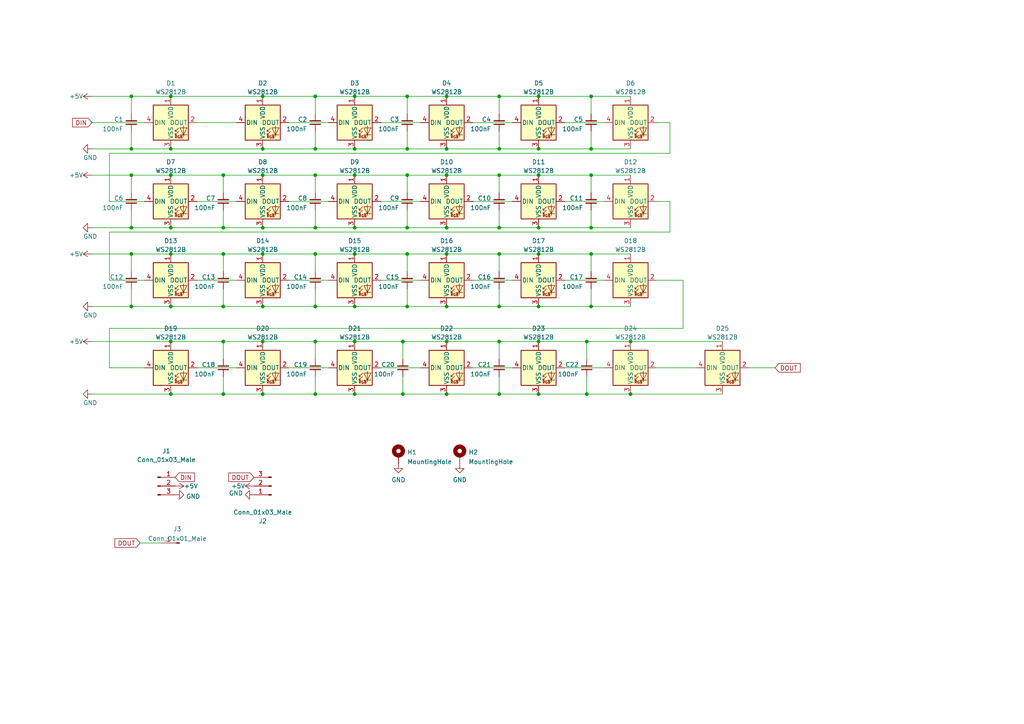
<source format=kicad_sch>
(kicad_sch (version 20230121) (generator eeschema)

  (uuid ffae2730-2409-4a52-a3a6-82e57daee1eb)

  (paper "A4")

  (lib_symbols
    (symbol "Connector:Conn_01x01_Male" (pin_names (offset 1.016) hide) (in_bom yes) (on_board yes)
      (property "Reference" "J" (at 0 2.54 0)
        (effects (font (size 1.27 1.27)))
      )
      (property "Value" "Conn_01x01_Male" (at 0 -2.54 0)
        (effects (font (size 1.27 1.27)))
      )
      (property "Footprint" "" (at 0 0 0)
        (effects (font (size 1.27 1.27)) hide)
      )
      (property "Datasheet" "~" (at 0 0 0)
        (effects (font (size 1.27 1.27)) hide)
      )
      (property "ki_keywords" "connector" (at 0 0 0)
        (effects (font (size 1.27 1.27)) hide)
      )
      (property "ki_description" "Generic connector, single row, 01x01, script generated (kicad-library-utils/schlib/autogen/connector/)" (at 0 0 0)
        (effects (font (size 1.27 1.27)) hide)
      )
      (property "ki_fp_filters" "Connector*:*" (at 0 0 0)
        (effects (font (size 1.27 1.27)) hide)
      )
      (symbol "Conn_01x01_Male_1_1"
        (polyline
          (pts
            (xy 1.27 0)
            (xy 0.8636 0)
          )
          (stroke (width 0.1524) (type default))
          (fill (type none))
        )
        (rectangle (start 0.8636 0.127) (end 0 -0.127)
          (stroke (width 0.1524) (type default))
          (fill (type outline))
        )
        (pin passive line (at 5.08 0 180) (length 3.81)
          (name "Pin_1" (effects (font (size 1.27 1.27))))
          (number "1" (effects (font (size 1.27 1.27))))
        )
      )
    )
    (symbol "Connector:Conn_01x03_Male" (pin_names (offset 1.016) hide) (in_bom yes) (on_board yes)
      (property "Reference" "J" (at 0 5.08 0)
        (effects (font (size 1.27 1.27)))
      )
      (property "Value" "Conn_01x03_Male" (at 0 -5.08 0)
        (effects (font (size 1.27 1.27)))
      )
      (property "Footprint" "" (at 0 0 0)
        (effects (font (size 1.27 1.27)) hide)
      )
      (property "Datasheet" "~" (at 0 0 0)
        (effects (font (size 1.27 1.27)) hide)
      )
      (property "ki_keywords" "connector" (at 0 0 0)
        (effects (font (size 1.27 1.27)) hide)
      )
      (property "ki_description" "Generic connector, single row, 01x03, script generated (kicad-library-utils/schlib/autogen/connector/)" (at 0 0 0)
        (effects (font (size 1.27 1.27)) hide)
      )
      (property "ki_fp_filters" "Connector*:*_1x??_*" (at 0 0 0)
        (effects (font (size 1.27 1.27)) hide)
      )
      (symbol "Conn_01x03_Male_1_1"
        (polyline
          (pts
            (xy 1.27 -2.54)
            (xy 0.8636 -2.54)
          )
          (stroke (width 0.1524) (type default))
          (fill (type none))
        )
        (polyline
          (pts
            (xy 1.27 0)
            (xy 0.8636 0)
          )
          (stroke (width 0.1524) (type default))
          (fill (type none))
        )
        (polyline
          (pts
            (xy 1.27 2.54)
            (xy 0.8636 2.54)
          )
          (stroke (width 0.1524) (type default))
          (fill (type none))
        )
        (rectangle (start 0.8636 -2.413) (end 0 -2.667)
          (stroke (width 0.1524) (type default))
          (fill (type outline))
        )
        (rectangle (start 0.8636 0.127) (end 0 -0.127)
          (stroke (width 0.1524) (type default))
          (fill (type outline))
        )
        (rectangle (start 0.8636 2.667) (end 0 2.413)
          (stroke (width 0.1524) (type default))
          (fill (type outline))
        )
        (pin passive line (at 5.08 2.54 180) (length 3.81)
          (name "Pin_1" (effects (font (size 1.27 1.27))))
          (number "1" (effects (font (size 1.27 1.27))))
        )
        (pin passive line (at 5.08 0 180) (length 3.81)
          (name "Pin_2" (effects (font (size 1.27 1.27))))
          (number "2" (effects (font (size 1.27 1.27))))
        )
        (pin passive line (at 5.08 -2.54 180) (length 3.81)
          (name "Pin_3" (effects (font (size 1.27 1.27))))
          (number "3" (effects (font (size 1.27 1.27))))
        )
      )
    )
    (symbol "Device:C_Small" (pin_numbers hide) (pin_names (offset 0.254) hide) (in_bom yes) (on_board yes)
      (property "Reference" "C" (at 0.254 1.778 0)
        (effects (font (size 1.27 1.27)) (justify left))
      )
      (property "Value" "C_Small" (at 0.254 -2.032 0)
        (effects (font (size 1.27 1.27)) (justify left))
      )
      (property "Footprint" "" (at 0 0 0)
        (effects (font (size 1.27 1.27)) hide)
      )
      (property "Datasheet" "~" (at 0 0 0)
        (effects (font (size 1.27 1.27)) hide)
      )
      (property "ki_keywords" "capacitor cap" (at 0 0 0)
        (effects (font (size 1.27 1.27)) hide)
      )
      (property "ki_description" "Unpolarized capacitor, small symbol" (at 0 0 0)
        (effects (font (size 1.27 1.27)) hide)
      )
      (property "ki_fp_filters" "C_*" (at 0 0 0)
        (effects (font (size 1.27 1.27)) hide)
      )
      (symbol "C_Small_0_1"
        (polyline
          (pts
            (xy -1.524 -0.508)
            (xy 1.524 -0.508)
          )
          (stroke (width 0.3302) (type default))
          (fill (type none))
        )
        (polyline
          (pts
            (xy -1.524 0.508)
            (xy 1.524 0.508)
          )
          (stroke (width 0.3048) (type default))
          (fill (type none))
        )
      )
      (symbol "C_Small_1_1"
        (pin passive line (at 0 2.54 270) (length 2.032)
          (name "~" (effects (font (size 1.27 1.27))))
          (number "1" (effects (font (size 1.27 1.27))))
        )
        (pin passive line (at 0 -2.54 90) (length 2.032)
          (name "~" (effects (font (size 1.27 1.27))))
          (number "2" (effects (font (size 1.27 1.27))))
        )
      )
    )
    (symbol "LED:WS2812B" (pin_names (offset 0.254)) (in_bom yes) (on_board yes)
      (property "Reference" "D" (at 5.08 5.715 0)
        (effects (font (size 1.27 1.27)) (justify right bottom))
      )
      (property "Value" "WS2812B" (at 1.27 -5.715 0)
        (effects (font (size 1.27 1.27)) (justify left top))
      )
      (property "Footprint" "LED_SMD:LED_WS2812B_PLCC4_5.0x5.0mm_P3.2mm" (at 1.27 -7.62 0)
        (effects (font (size 1.27 1.27)) (justify left top) hide)
      )
      (property "Datasheet" "https://cdn-shop.adafruit.com/datasheets/WS2812B.pdf" (at 2.54 -9.525 0)
        (effects (font (size 1.27 1.27)) (justify left top) hide)
      )
      (property "ki_keywords" "RGB LED NeoPixel addressable" (at 0 0 0)
        (effects (font (size 1.27 1.27)) hide)
      )
      (property "ki_description" "RGB LED with integrated controller" (at 0 0 0)
        (effects (font (size 1.27 1.27)) hide)
      )
      (property "ki_fp_filters" "LED*WS2812*PLCC*5.0x5.0mm*P3.2mm*" (at 0 0 0)
        (effects (font (size 1.27 1.27)) hide)
      )
      (symbol "WS2812B_0_0"
        (text "RGB" (at 2.286 -4.191 0)
          (effects (font (size 0.762 0.762)))
        )
      )
      (symbol "WS2812B_0_1"
        (polyline
          (pts
            (xy 1.27 -3.556)
            (xy 1.778 -3.556)
          )
          (stroke (width 0) (type default))
          (fill (type none))
        )
        (polyline
          (pts
            (xy 1.27 -2.54)
            (xy 1.778 -2.54)
          )
          (stroke (width 0) (type default))
          (fill (type none))
        )
        (polyline
          (pts
            (xy 4.699 -3.556)
            (xy 2.667 -3.556)
          )
          (stroke (width 0) (type default))
          (fill (type none))
        )
        (polyline
          (pts
            (xy 2.286 -2.54)
            (xy 1.27 -3.556)
            (xy 1.27 -3.048)
          )
          (stroke (width 0) (type default))
          (fill (type none))
        )
        (polyline
          (pts
            (xy 2.286 -1.524)
            (xy 1.27 -2.54)
            (xy 1.27 -2.032)
          )
          (stroke (width 0) (type default))
          (fill (type none))
        )
        (polyline
          (pts
            (xy 3.683 -1.016)
            (xy 3.683 -3.556)
            (xy 3.683 -4.064)
          )
          (stroke (width 0) (type default))
          (fill (type none))
        )
        (polyline
          (pts
            (xy 4.699 -1.524)
            (xy 2.667 -1.524)
            (xy 3.683 -3.556)
            (xy 4.699 -1.524)
          )
          (stroke (width 0) (type default))
          (fill (type none))
        )
        (rectangle (start 5.08 5.08) (end -5.08 -5.08)
          (stroke (width 0.254) (type default))
          (fill (type background))
        )
      )
      (symbol "WS2812B_1_1"
        (pin power_in line (at 0 7.62 270) (length 2.54)
          (name "VDD" (effects (font (size 1.27 1.27))))
          (number "1" (effects (font (size 1.27 1.27))))
        )
        (pin output line (at 7.62 0 180) (length 2.54)
          (name "DOUT" (effects (font (size 1.27 1.27))))
          (number "2" (effects (font (size 1.27 1.27))))
        )
        (pin power_in line (at 0 -7.62 90) (length 2.54)
          (name "VSS" (effects (font (size 1.27 1.27))))
          (number "3" (effects (font (size 1.27 1.27))))
        )
        (pin input line (at -7.62 0 0) (length 2.54)
          (name "DIN" (effects (font (size 1.27 1.27))))
          (number "4" (effects (font (size 1.27 1.27))))
        )
      )
    )
    (symbol "Mechanical:MountingHole_Pad" (pin_numbers hide) (pin_names (offset 1.016) hide) (in_bom yes) (on_board yes)
      (property "Reference" "H" (at 0 6.35 0)
        (effects (font (size 1.27 1.27)))
      )
      (property "Value" "MountingHole_Pad" (at 0 4.445 0)
        (effects (font (size 1.27 1.27)))
      )
      (property "Footprint" "" (at 0 0 0)
        (effects (font (size 1.27 1.27)) hide)
      )
      (property "Datasheet" "~" (at 0 0 0)
        (effects (font (size 1.27 1.27)) hide)
      )
      (property "ki_keywords" "mounting hole" (at 0 0 0)
        (effects (font (size 1.27 1.27)) hide)
      )
      (property "ki_description" "Mounting Hole with connection" (at 0 0 0)
        (effects (font (size 1.27 1.27)) hide)
      )
      (property "ki_fp_filters" "MountingHole*Pad*" (at 0 0 0)
        (effects (font (size 1.27 1.27)) hide)
      )
      (symbol "MountingHole_Pad_0_1"
        (circle (center 0 1.27) (radius 1.27)
          (stroke (width 1.27) (type default))
          (fill (type none))
        )
      )
      (symbol "MountingHole_Pad_1_1"
        (pin input line (at 0 -2.54 90) (length 2.54)
          (name "1" (effects (font (size 1.27 1.27))))
          (number "1" (effects (font (size 1.27 1.27))))
        )
      )
    )
    (symbol "power:+5V" (power) (pin_names (offset 0)) (in_bom yes) (on_board yes)
      (property "Reference" "#PWR" (at 0 -3.81 0)
        (effects (font (size 1.27 1.27)) hide)
      )
      (property "Value" "+5V" (at 0 3.556 0)
        (effects (font (size 1.27 1.27)))
      )
      (property "Footprint" "" (at 0 0 0)
        (effects (font (size 1.27 1.27)) hide)
      )
      (property "Datasheet" "" (at 0 0 0)
        (effects (font (size 1.27 1.27)) hide)
      )
      (property "ki_keywords" "power-flag" (at 0 0 0)
        (effects (font (size 1.27 1.27)) hide)
      )
      (property "ki_description" "Power symbol creates a global label with name \"+5V\"" (at 0 0 0)
        (effects (font (size 1.27 1.27)) hide)
      )
      (symbol "+5V_0_1"
        (polyline
          (pts
            (xy -0.762 1.27)
            (xy 0 2.54)
          )
          (stroke (width 0) (type default))
          (fill (type none))
        )
        (polyline
          (pts
            (xy 0 0)
            (xy 0 2.54)
          )
          (stroke (width 0) (type default))
          (fill (type none))
        )
        (polyline
          (pts
            (xy 0 2.54)
            (xy 0.762 1.27)
          )
          (stroke (width 0) (type default))
          (fill (type none))
        )
      )
      (symbol "+5V_1_1"
        (pin power_in line (at 0 0 90) (length 0) hide
          (name "+5V" (effects (font (size 1.27 1.27))))
          (number "1" (effects (font (size 1.27 1.27))))
        )
      )
    )
    (symbol "power:GND" (power) (pin_names (offset 0)) (in_bom yes) (on_board yes)
      (property "Reference" "#PWR" (at 0 -6.35 0)
        (effects (font (size 1.27 1.27)) hide)
      )
      (property "Value" "GND" (at 0 -3.81 0)
        (effects (font (size 1.27 1.27)))
      )
      (property "Footprint" "" (at 0 0 0)
        (effects (font (size 1.27 1.27)) hide)
      )
      (property "Datasheet" "" (at 0 0 0)
        (effects (font (size 1.27 1.27)) hide)
      )
      (property "ki_keywords" "power-flag" (at 0 0 0)
        (effects (font (size 1.27 1.27)) hide)
      )
      (property "ki_description" "Power symbol creates a global label with name \"GND\" , ground" (at 0 0 0)
        (effects (font (size 1.27 1.27)) hide)
      )
      (symbol "GND_0_1"
        (polyline
          (pts
            (xy 0 0)
            (xy 0 -1.27)
            (xy 1.27 -1.27)
            (xy 0 -2.54)
            (xy -1.27 -1.27)
            (xy 0 -1.27)
          )
          (stroke (width 0) (type default))
          (fill (type none))
        )
      )
      (symbol "GND_1_1"
        (pin power_in line (at 0 0 270) (length 0) hide
          (name "GND" (effects (font (size 1.27 1.27))))
          (number "1" (effects (font (size 1.27 1.27))))
        )
      )
    )
  )

  (junction (at 102.87 88.9) (diameter 0) (color 0 0 0 0)
    (uuid 01f9d933-3e64-4d94-9e75-0366e90c532b)
  )
  (junction (at 129.54 43.18) (diameter 0) (color 0 0 0 0)
    (uuid 033c6462-39d5-4f7e-a131-eca5958fc80a)
  )
  (junction (at 116.84 114.3) (diameter 0) (color 0 0 0 0)
    (uuid 04b63f91-ac8e-4aa8-a894-95b3c106b1d0)
  )
  (junction (at 156.21 73.66) (diameter 0) (color 0 0 0 0)
    (uuid 05376afb-523b-422d-b978-d42cac27e991)
  )
  (junction (at 102.87 50.8) (diameter 0) (color 0 0 0 0)
    (uuid 06e5fdcb-b2e1-4a49-882f-a83d55e4d87d)
  )
  (junction (at 64.77 66.04) (diameter 0) (color 0 0 0 0)
    (uuid 0aa847bc-ca2b-4611-86db-a3d568857af8)
  )
  (junction (at 49.53 114.3) (diameter 0) (color 0 0 0 0)
    (uuid 0db9b419-6d93-44d9-b5f7-4511c28b70f0)
  )
  (junction (at 91.44 114.3) (diameter 0) (color 0 0 0 0)
    (uuid 0e5be75e-abcc-47bf-bdfe-ed00b1d57146)
  )
  (junction (at 102.87 43.18) (diameter 0) (color 0 0 0 0)
    (uuid 13b95988-03d0-44bf-9735-903516e305c6)
  )
  (junction (at 102.87 99.06) (diameter 0) (color 0 0 0 0)
    (uuid 18303602-4e1d-4306-bc7a-6d33b6ed28d7)
  )
  (junction (at 144.78 99.06) (diameter 0) (color 0 0 0 0)
    (uuid 19e8c9e2-e2e4-4fe6-9f5f-84d6b7648afa)
  )
  (junction (at 38.1 27.94) (diameter 0) (color 0 0 0 0)
    (uuid 2222225b-83dc-47fd-8dae-c5254e70cf2a)
  )
  (junction (at 49.53 66.04) (diameter 0) (color 0 0 0 0)
    (uuid 222b28f4-b39a-408a-90be-d68d8c3815de)
  )
  (junction (at 118.11 73.66) (diameter 0) (color 0 0 0 0)
    (uuid 22dc9219-059d-431d-bf20-fdc927e2fa9d)
  )
  (junction (at 118.11 50.8) (diameter 0) (color 0 0 0 0)
    (uuid 240a2e69-6b53-4741-a7cb-045100f434e1)
  )
  (junction (at 91.44 88.9) (diameter 0) (color 0 0 0 0)
    (uuid 26ee8a6b-9cab-48a8-90c9-ed36d951f808)
  )
  (junction (at 91.44 50.8) (diameter 0) (color 0 0 0 0)
    (uuid 28ce0c9c-c660-4a27-861f-462351af72f5)
  )
  (junction (at 49.53 50.8) (diameter 0) (color 0 0 0 0)
    (uuid 2926cc3e-ec7e-499f-b919-7bf7a4234444)
  )
  (junction (at 171.45 27.94) (diameter 0) (color 0 0 0 0)
    (uuid 2d720351-0ba8-46d1-a9c6-48716b1fe711)
  )
  (junction (at 38.1 66.04) (diameter 0) (color 0 0 0 0)
    (uuid 33efeebc-61f9-4112-bced-5f44a2f8d70b)
  )
  (junction (at 170.18 114.3) (diameter 0) (color 0 0 0 0)
    (uuid 35633220-3633-46e1-8cf9-43a8be290dd8)
  )
  (junction (at 144.78 73.66) (diameter 0) (color 0 0 0 0)
    (uuid 35e42f05-2d4e-4a53-8a0a-e3317c3dfb94)
  )
  (junction (at 76.2 27.94) (diameter 0) (color 0 0 0 0)
    (uuid 3bf6c241-7673-4421-99a6-b2d7dd261f80)
  )
  (junction (at 102.87 73.66) (diameter 0) (color 0 0 0 0)
    (uuid 48ae0b3e-9095-4b03-81d1-0ed50142ae1c)
  )
  (junction (at 129.54 114.3) (diameter 0) (color 0 0 0 0)
    (uuid 57723348-51a9-4174-b612-e895c6b4f5fd)
  )
  (junction (at 38.1 43.18) (diameter 0) (color 0 0 0 0)
    (uuid 59a4f948-8c52-4dc7-b840-c9865c17a757)
  )
  (junction (at 76.2 114.3) (diameter 0) (color 0 0 0 0)
    (uuid 5a7de2cf-e428-4bd0-9943-7b02851e49cd)
  )
  (junction (at 49.53 27.94) (diameter 0) (color 0 0 0 0)
    (uuid 5ab0120b-2882-4bef-ad2c-6c75f1c66fe8)
  )
  (junction (at 76.2 99.06) (diameter 0) (color 0 0 0 0)
    (uuid 5e8b6c5f-e45d-4bd5-bd99-8def0a03f643)
  )
  (junction (at 144.78 66.04) (diameter 0) (color 0 0 0 0)
    (uuid 5f307aaa-c78d-466a-b5f1-e9749b8abb96)
  )
  (junction (at 118.11 43.18) (diameter 0) (color 0 0 0 0)
    (uuid 642660ae-7fe8-4799-afbd-12617d443464)
  )
  (junction (at 91.44 99.06) (diameter 0) (color 0 0 0 0)
    (uuid 69cf97ec-30f8-43c2-a981-bf342b83399c)
  )
  (junction (at 76.2 73.66) (diameter 0) (color 0 0 0 0)
    (uuid 69e92573-536e-4423-b480-d12864c729f1)
  )
  (junction (at 129.54 73.66) (diameter 0) (color 0 0 0 0)
    (uuid 6b4f56f1-bd65-4814-9ba3-ee4835b1b0d9)
  )
  (junction (at 102.87 114.3) (diameter 0) (color 0 0 0 0)
    (uuid 6f960417-f72e-4567-8769-0d1d0f33441a)
  )
  (junction (at 156.21 43.18) (diameter 0) (color 0 0 0 0)
    (uuid 713e480c-bb1d-4324-8bc5-d294a306dffc)
  )
  (junction (at 156.21 50.8) (diameter 0) (color 0 0 0 0)
    (uuid 71eafd37-d5fe-4d92-ba1c-8bc60fddba4f)
  )
  (junction (at 129.54 66.04) (diameter 0) (color 0 0 0 0)
    (uuid 72469c6f-b429-4229-a330-65ed9a449e0c)
  )
  (junction (at 76.2 43.18) (diameter 0) (color 0 0 0 0)
    (uuid 72e00d4c-8fb4-4fb3-a322-bd8c560bcb30)
  )
  (junction (at 144.78 88.9) (diameter 0) (color 0 0 0 0)
    (uuid 73a7f7aa-f40f-4b8d-8b98-932fdf269a8d)
  )
  (junction (at 156.21 66.04) (diameter 0) (color 0 0 0 0)
    (uuid 77dbdad9-5daa-49fa-a09e-a8898e0f10e9)
  )
  (junction (at 64.77 99.06) (diameter 0) (color 0 0 0 0)
    (uuid 79f618f8-580b-4c6f-9cd9-f2ecc9f4ad1c)
  )
  (junction (at 49.53 73.66) (diameter 0) (color 0 0 0 0)
    (uuid 7a07896b-745e-4240-8152-3a2441417727)
  )
  (junction (at 144.78 114.3) (diameter 0) (color 0 0 0 0)
    (uuid 7d9605f7-3858-414d-b730-7c2d13af8190)
  )
  (junction (at 64.77 50.8) (diameter 0) (color 0 0 0 0)
    (uuid 7f25b045-f7b1-4001-a559-f31e0bb8a401)
  )
  (junction (at 102.87 27.94) (diameter 0) (color 0 0 0 0)
    (uuid 83c16b5b-27bc-43e8-8d10-28177cb72288)
  )
  (junction (at 118.11 66.04) (diameter 0) (color 0 0 0 0)
    (uuid 84bf4721-bd64-47e8-9305-8269decf1a88)
  )
  (junction (at 102.87 66.04) (diameter 0) (color 0 0 0 0)
    (uuid 877addf7-6029-43ff-b03b-6d8e69abce0a)
  )
  (junction (at 182.88 114.3) (diameter 0) (color 0 0 0 0)
    (uuid 920d3f2f-6d9b-4168-a4e7-850543f3b62d)
  )
  (junction (at 49.53 99.06) (diameter 0) (color 0 0 0 0)
    (uuid 935170f5-010c-490f-a93b-b6c6e4d32dab)
  )
  (junction (at 171.45 73.66) (diameter 0) (color 0 0 0 0)
    (uuid 96ffbe6e-f1c4-4648-bc8c-c8be968e9e9f)
  )
  (junction (at 171.45 50.8) (diameter 0) (color 0 0 0 0)
    (uuid 97c7b1e1-5655-4816-95ea-18fba92b11dc)
  )
  (junction (at 156.21 114.3) (diameter 0) (color 0 0 0 0)
    (uuid 9eca29c2-071b-41a5-bac1-599ca9702d0a)
  )
  (junction (at 76.2 66.04) (diameter 0) (color 0 0 0 0)
    (uuid 9f12e5af-f234-4e15-a0b7-8bf6d20b455a)
  )
  (junction (at 156.21 99.06) (diameter 0) (color 0 0 0 0)
    (uuid a16e6355-ac53-4138-b614-11a1bb44ac7c)
  )
  (junction (at 182.88 99.06) (diameter 0) (color 0 0 0 0)
    (uuid a3baa711-081f-4eec-a092-bf9f0f56a248)
  )
  (junction (at 129.54 27.94) (diameter 0) (color 0 0 0 0)
    (uuid a6248275-f07a-456d-8e69-0f17c3d9a9fd)
  )
  (junction (at 129.54 99.06) (diameter 0) (color 0 0 0 0)
    (uuid a6e63ee2-6cde-4eb1-8264-4356edd05627)
  )
  (junction (at 129.54 88.9) (diameter 0) (color 0 0 0 0)
    (uuid a8d07ed2-25b9-47c6-9070-b7f1d94de55b)
  )
  (junction (at 38.1 50.8) (diameter 0) (color 0 0 0 0)
    (uuid abd6e9a3-fd57-4112-889c-313680f50cd3)
  )
  (junction (at 118.11 88.9) (diameter 0) (color 0 0 0 0)
    (uuid acf31146-a461-4766-b3e1-06ecf0affc1e)
  )
  (junction (at 156.21 27.94) (diameter 0) (color 0 0 0 0)
    (uuid b2bff616-744b-4144-90ed-27850043f8dd)
  )
  (junction (at 76.2 50.8) (diameter 0) (color 0 0 0 0)
    (uuid b43c4cec-e493-4bd0-a798-0b2204e288da)
  )
  (junction (at 91.44 73.66) (diameter 0) (color 0 0 0 0)
    (uuid b5dc7a97-058d-46bb-9c41-b7efd283a79e)
  )
  (junction (at 144.78 43.18) (diameter 0) (color 0 0 0 0)
    (uuid b6156ad5-3857-4fd6-93cc-67abd49e84ec)
  )
  (junction (at 91.44 66.04) (diameter 0) (color 0 0 0 0)
    (uuid b8b17daf-5381-410e-8b0c-0d255e4a9cd5)
  )
  (junction (at 64.77 114.3) (diameter 0) (color 0 0 0 0)
    (uuid bd34fe5a-39d9-4444-ac3d-cd19125012b9)
  )
  (junction (at 129.54 50.8) (diameter 0) (color 0 0 0 0)
    (uuid c07cbfab-a727-48a5-9c5a-b1052092ba6e)
  )
  (junction (at 170.18 99.06) (diameter 0) (color 0 0 0 0)
    (uuid c3b003aa-9894-4b00-90ae-ad1011edd1e8)
  )
  (junction (at 64.77 73.66) (diameter 0) (color 0 0 0 0)
    (uuid ca04f75e-8dff-4d42-832e-3bc65a6320c3)
  )
  (junction (at 49.53 43.18) (diameter 0) (color 0 0 0 0)
    (uuid cbc72544-8199-4d6f-87f5-7a5a11d00328)
  )
  (junction (at 118.11 27.94) (diameter 0) (color 0 0 0 0)
    (uuid ccd697fa-5840-4908-9905-afa3e38bdfa0)
  )
  (junction (at 171.45 66.04) (diameter 0) (color 0 0 0 0)
    (uuid cf126c9f-5efc-441e-be14-fdd360aac9c3)
  )
  (junction (at 38.1 88.9) (diameter 0) (color 0 0 0 0)
    (uuid d03477a4-3d9e-48b7-a3f3-2e34a7ddd91d)
  )
  (junction (at 144.78 27.94) (diameter 0) (color 0 0 0 0)
    (uuid d3a3a443-8d63-49e7-b3f5-ea4035f32241)
  )
  (junction (at 144.78 50.8) (diameter 0) (color 0 0 0 0)
    (uuid dd3e1a66-bab5-4a97-ba89-feb2cc0132b2)
  )
  (junction (at 91.44 27.94) (diameter 0) (color 0 0 0 0)
    (uuid e2701762-0b03-4209-9d67-e34a4d85fffc)
  )
  (junction (at 49.53 88.9) (diameter 0) (color 0 0 0 0)
    (uuid e4043930-b24c-4049-b756-418f04521df1)
  )
  (junction (at 76.2 88.9) (diameter 0) (color 0 0 0 0)
    (uuid e88e45f5-fc4d-4e18-bd6d-29ba2f0cc5cd)
  )
  (junction (at 171.45 43.18) (diameter 0) (color 0 0 0 0)
    (uuid ec315115-1cb2-413c-9941-0222c476bddb)
  )
  (junction (at 156.21 88.9) (diameter 0) (color 0 0 0 0)
    (uuid ef656ecd-430b-4bdf-8745-7ed927a5a73e)
  )
  (junction (at 171.45 88.9) (diameter 0) (color 0 0 0 0)
    (uuid f6ca2bfd-4c67-4258-aa2f-7ddc30211957)
  )
  (junction (at 64.77 88.9) (diameter 0) (color 0 0 0 0)
    (uuid f8c80e3b-2114-417a-8c69-37472df97ea9)
  )
  (junction (at 91.44 43.18) (diameter 0) (color 0 0 0 0)
    (uuid fc91b7e3-3233-4adb-8fb6-d80087f3be1b)
  )
  (junction (at 116.84 99.06) (diameter 0) (color 0 0 0 0)
    (uuid fe4d7072-e043-4270-8517-2455931fd766)
  )
  (junction (at 38.1 73.66) (diameter 0) (color 0 0 0 0)
    (uuid fe7b9f64-369c-40f4-9322-4c313ce1e541)
  )

  (wire (pts (xy 118.11 83.82) (xy 118.11 88.9))
    (stroke (width 0) (type default))
    (uuid 01a0635a-4b4b-4b92-8a21-40673c4000ed)
  )
  (wire (pts (xy 144.78 73.66) (xy 156.21 73.66))
    (stroke (width 0) (type default))
    (uuid 01c6819a-5842-4519-9816-953cfec99973)
  )
  (wire (pts (xy 190.5 81.28) (xy 198.12 81.28))
    (stroke (width 0) (type default))
    (uuid 0246783c-a12a-4f35-99e5-f899fcfddfd0)
  )
  (wire (pts (xy 31.75 81.28) (xy 41.91 81.28))
    (stroke (width 0) (type default))
    (uuid 06059b92-6021-474f-81ba-1e6ca1ab7ed8)
  )
  (wire (pts (xy 91.44 38.1) (xy 91.44 43.18))
    (stroke (width 0) (type default))
    (uuid 069802f3-e16e-4fc3-ad52-71357c0096e2)
  )
  (wire (pts (xy 170.18 99.06) (xy 182.88 99.06))
    (stroke (width 0) (type default))
    (uuid 072a6271-f223-4e67-9476-4bf4dc776924)
  )
  (wire (pts (xy 129.54 88.9) (xy 144.78 88.9))
    (stroke (width 0) (type default))
    (uuid 081faf62-e692-466c-86b4-6989f7853aeb)
  )
  (wire (pts (xy 118.11 73.66) (xy 118.11 78.74))
    (stroke (width 0) (type default))
    (uuid 09edbaf7-c02e-4bb5-9c67-22ee39130f29)
  )
  (wire (pts (xy 76.2 50.8) (xy 91.44 50.8))
    (stroke (width 0) (type default))
    (uuid 0a1e6f10-0340-4f28-bb87-298083738bf2)
  )
  (wire (pts (xy 38.1 60.96) (xy 38.1 66.04))
    (stroke (width 0) (type default))
    (uuid 0c3fe58e-8589-4244-b18e-616dcd780c7f)
  )
  (wire (pts (xy 64.77 78.74) (xy 64.77 73.66))
    (stroke (width 0) (type default))
    (uuid 0d22515b-4c47-49e6-8d0a-4bcf763bad1b)
  )
  (wire (pts (xy 102.87 114.3) (xy 116.84 114.3))
    (stroke (width 0) (type default))
    (uuid 0d46d446-2d07-4aa6-b7bd-9f11dd019fec)
  )
  (wire (pts (xy 144.78 27.94) (xy 156.21 27.94))
    (stroke (width 0) (type default))
    (uuid 0da2a34a-5106-4597-b573-3c36f99a32d1)
  )
  (wire (pts (xy 116.84 114.3) (xy 129.54 114.3))
    (stroke (width 0) (type default))
    (uuid 11ac44dd-e445-4932-aefd-aa0d7f9a5469)
  )
  (wire (pts (xy 171.45 43.18) (xy 182.88 43.18))
    (stroke (width 0) (type default))
    (uuid 1279017b-477e-424f-94e2-9c198b4f7ee6)
  )
  (wire (pts (xy 26.67 73.66) (xy 38.1 73.66))
    (stroke (width 0) (type default))
    (uuid 141f7366-3316-4b3b-a43f-b2a7bd12132a)
  )
  (wire (pts (xy 102.87 27.94) (xy 118.11 27.94))
    (stroke (width 0) (type default))
    (uuid 16190e38-e248-4e1b-b4d4-a91588bcb712)
  )
  (wire (pts (xy 118.11 55.88) (xy 118.11 50.8))
    (stroke (width 0) (type default))
    (uuid 183b54d2-fb7d-4969-b6ed-9c93b75e094f)
  )
  (wire (pts (xy 171.45 33.02) (xy 171.45 27.94))
    (stroke (width 0) (type default))
    (uuid 184db87f-2fcf-4770-a045-b5b0eeb8f40d)
  )
  (wire (pts (xy 118.11 43.18) (xy 129.54 43.18))
    (stroke (width 0) (type default))
    (uuid 1ad60fa6-ae75-41ae-973c-a7be56fc15b6)
  )
  (wire (pts (xy 49.53 88.9) (xy 64.77 88.9))
    (stroke (width 0) (type default))
    (uuid 1afec7ac-6660-492c-afbf-4f75f29e0a4f)
  )
  (wire (pts (xy 118.11 27.94) (xy 129.54 27.94))
    (stroke (width 0) (type default))
    (uuid 1b66f566-f1d5-4c37-ae7e-db7c58079f8e)
  )
  (wire (pts (xy 190.5 58.42) (xy 194.31 58.42))
    (stroke (width 0) (type default))
    (uuid 1e3db4f2-9858-4312-9f2a-62912f249659)
  )
  (wire (pts (xy 57.15 35.56) (xy 68.58 35.56))
    (stroke (width 0) (type default))
    (uuid 1f207c55-67aa-4a8e-a844-3ddd31a0dac0)
  )
  (wire (pts (xy 76.2 43.18) (xy 91.44 43.18))
    (stroke (width 0) (type default))
    (uuid 202d03dd-665e-4611-b70d-e54ba9f2e6b2)
  )
  (wire (pts (xy 49.53 114.3) (xy 64.77 114.3))
    (stroke (width 0) (type default))
    (uuid 23cd3b64-23c5-42b3-ba39-dc1f155e23d0)
  )
  (wire (pts (xy 171.45 38.1) (xy 171.45 43.18))
    (stroke (width 0) (type default))
    (uuid 256ee540-202a-4abf-9821-2132f187af21)
  )
  (wire (pts (xy 171.45 55.88) (xy 171.45 50.8))
    (stroke (width 0) (type default))
    (uuid 2775e481-7e1a-4826-b93b-996402a5df34)
  )
  (wire (pts (xy 156.21 99.06) (xy 170.18 99.06))
    (stroke (width 0) (type default))
    (uuid 2b0e22cf-3b16-435c-b720-fdfca26d71dc)
  )
  (wire (pts (xy 129.54 99.06) (xy 144.78 99.06))
    (stroke (width 0) (type default))
    (uuid 2b881086-22fe-4db9-ba62-c035cd70b55a)
  )
  (wire (pts (xy 102.87 66.04) (xy 118.11 66.04))
    (stroke (width 0) (type default))
    (uuid 2bb1b552-1802-47d3-baf1-376ad1e5dd3e)
  )
  (wire (pts (xy 83.82 35.56) (xy 95.25 35.56))
    (stroke (width 0) (type default))
    (uuid 2c49a009-2506-4d15-beae-f70e264aba43)
  )
  (wire (pts (xy 91.44 60.96) (xy 91.44 66.04))
    (stroke (width 0) (type default))
    (uuid 30714581-e4f6-4ffa-968b-c99cd750fa4e)
  )
  (wire (pts (xy 26.67 99.06) (xy 49.53 99.06))
    (stroke (width 0) (type default))
    (uuid 30adea5c-0f47-40f1-a0cd-74392c2ce67f)
  )
  (wire (pts (xy 64.77 55.88) (xy 64.77 50.8))
    (stroke (width 0) (type default))
    (uuid 32a0da81-8792-474c-9815-1e53fdb98cca)
  )
  (wire (pts (xy 91.44 55.88) (xy 91.44 50.8))
    (stroke (width 0) (type default))
    (uuid 32fd25cc-582c-49b1-a8f6-e340ba68f85e)
  )
  (wire (pts (xy 182.88 114.3) (xy 209.55 114.3))
    (stroke (width 0) (type default))
    (uuid 33f4871f-e180-41ad-a710-287ed554b6c0)
  )
  (wire (pts (xy 170.18 114.3) (xy 182.88 114.3))
    (stroke (width 0) (type default))
    (uuid 37e5179e-4a5c-4706-82bd-ed37ea53342f)
  )
  (wire (pts (xy 144.78 109.22) (xy 144.78 114.3))
    (stroke (width 0) (type default))
    (uuid 38e2b810-e1d3-4b0a-9f39-e392a570280a)
  )
  (wire (pts (xy 41.91 58.42) (xy 31.75 58.42))
    (stroke (width 0) (type default))
    (uuid 3caef4a9-162a-4f39-bb83-3f53edde4a74)
  )
  (wire (pts (xy 110.49 35.56) (xy 121.92 35.56))
    (stroke (width 0) (type default))
    (uuid 3f539414-89ba-4f37-bc8a-3da4cf1c211f)
  )
  (wire (pts (xy 171.45 73.66) (xy 182.88 73.66))
    (stroke (width 0) (type default))
    (uuid 4366e4ac-3054-49f5-862e-60d474615fbc)
  )
  (wire (pts (xy 171.45 50.8) (xy 182.88 50.8))
    (stroke (width 0) (type default))
    (uuid 44e7021c-c1e1-4e7d-9ec7-c79d3e416f6b)
  )
  (wire (pts (xy 144.78 99.06) (xy 156.21 99.06))
    (stroke (width 0) (type default))
    (uuid 45fc6bec-4d85-4711-ad04-b844a7527a1b)
  )
  (wire (pts (xy 31.75 67.31) (xy 31.75 81.28))
    (stroke (width 0) (type default))
    (uuid 46046ae0-78a1-4da1-9cd5-cd16d9d3f865)
  )
  (wire (pts (xy 76.2 114.3) (xy 91.44 114.3))
    (stroke (width 0) (type default))
    (uuid 47a9179d-5a74-41f9-a990-beeffc73fc09)
  )
  (wire (pts (xy 171.45 60.96) (xy 171.45 66.04))
    (stroke (width 0) (type default))
    (uuid 4921d049-5b2d-4262-b362-3928ff5ef51d)
  )
  (wire (pts (xy 171.45 83.82) (xy 171.45 88.9))
    (stroke (width 0) (type default))
    (uuid 4bc36bcf-725a-4ca3-a33d-da89ee989a4c)
  )
  (wire (pts (xy 102.87 88.9) (xy 118.11 88.9))
    (stroke (width 0) (type default))
    (uuid 4c22d894-b4e9-4d31-a73a-d84c8e314114)
  )
  (wire (pts (xy 144.78 78.74) (xy 144.78 73.66))
    (stroke (width 0) (type default))
    (uuid 4cc15737-5c4e-464a-9782-7442bf9059cc)
  )
  (wire (pts (xy 129.54 66.04) (xy 144.78 66.04))
    (stroke (width 0) (type default))
    (uuid 4d5a447b-6e66-42af-95bf-9fcae885ed5a)
  )
  (wire (pts (xy 129.54 50.8) (xy 144.78 50.8))
    (stroke (width 0) (type default))
    (uuid 4ec5857f-f7a5-4874-8b51-2350f1586b80)
  )
  (wire (pts (xy 31.75 58.42) (xy 31.75 44.45))
    (stroke (width 0) (type default))
    (uuid 4efc8ca8-e197-4a13-87bd-fc002102c401)
  )
  (wire (pts (xy 26.67 88.9) (xy 38.1 88.9))
    (stroke (width 0) (type default))
    (uuid 501ea1f5-90c1-4577-b65c-92444a63efcd)
  )
  (wire (pts (xy 144.78 33.02) (xy 144.78 27.94))
    (stroke (width 0) (type default))
    (uuid 50f3c45b-3134-41b7-8c64-a49b87793127)
  )
  (wire (pts (xy 49.53 73.66) (xy 64.77 73.66))
    (stroke (width 0) (type default))
    (uuid 50f88143-dd63-4f74-bc8d-2fd3a5370357)
  )
  (wire (pts (xy 91.44 73.66) (xy 102.87 73.66))
    (stroke (width 0) (type default))
    (uuid 550d8820-f9c5-4652-9a50-cf7fe4c6e1d7)
  )
  (wire (pts (xy 49.53 43.18) (xy 76.2 43.18))
    (stroke (width 0) (type default))
    (uuid 558f166e-14a5-4b20-90cd-23918b7a625c)
  )
  (wire (pts (xy 137.16 58.42) (xy 148.59 58.42))
    (stroke (width 0) (type default))
    (uuid 55f63549-8078-457e-b366-a582fbc63cf5)
  )
  (wire (pts (xy 182.88 99.06) (xy 209.55 99.06))
    (stroke (width 0) (type default))
    (uuid 5686a58e-0f4a-4532-b3a7-682a99f896dc)
  )
  (wire (pts (xy 118.11 73.66) (xy 129.54 73.66))
    (stroke (width 0) (type default))
    (uuid 56ebfdd4-e028-4450-8f52-6a8c87e57381)
  )
  (wire (pts (xy 144.78 50.8) (xy 156.21 50.8))
    (stroke (width 0) (type default))
    (uuid 5752eee8-c887-44d6-ad69-68ade24c9d15)
  )
  (wire (pts (xy 91.44 109.22) (xy 91.44 114.3))
    (stroke (width 0) (type default))
    (uuid 5b72a814-3f9f-4fdb-aee7-4ab821170588)
  )
  (wire (pts (xy 64.77 114.3) (xy 76.2 114.3))
    (stroke (width 0) (type default))
    (uuid 5f3a6c2c-7609-43db-87dc-fc4f0a26b21a)
  )
  (wire (pts (xy 170.18 99.06) (xy 170.18 104.14))
    (stroke (width 0) (type default))
    (uuid 60027e61-7c06-4372-a0e8-2c9f2ef4c1d8)
  )
  (wire (pts (xy 64.77 66.04) (xy 76.2 66.04))
    (stroke (width 0) (type default))
    (uuid 601c92e2-1892-4a99-8cd0-c4274a32a3df)
  )
  (wire (pts (xy 49.53 27.94) (xy 76.2 27.94))
    (stroke (width 0) (type default))
    (uuid 6021e0bf-979e-4327-9b1a-fcab06d9bbcf)
  )
  (wire (pts (xy 156.21 88.9) (xy 171.45 88.9))
    (stroke (width 0) (type default))
    (uuid 6340ab02-84d9-421f-8f33-9ba7b0da757d)
  )
  (wire (pts (xy 26.67 27.94) (xy 38.1 27.94))
    (stroke (width 0) (type default))
    (uuid 641ea930-726f-4bc1-98ca-fb287c4df061)
  )
  (wire (pts (xy 110.49 58.42) (xy 121.92 58.42))
    (stroke (width 0) (type default))
    (uuid 65eb60ff-3882-4383-bbd4-de2a4361b9e3)
  )
  (wire (pts (xy 26.67 114.3) (xy 49.53 114.3))
    (stroke (width 0) (type default))
    (uuid 65f1b79a-2f29-45ae-b0c7-16a622db2d58)
  )
  (wire (pts (xy 118.11 38.1) (xy 118.11 43.18))
    (stroke (width 0) (type default))
    (uuid 661413db-d7af-4866-930e-d21179913b4f)
  )
  (wire (pts (xy 194.31 58.42) (xy 194.31 67.31))
    (stroke (width 0) (type default))
    (uuid 67c20d5d-ce07-4640-8d57-f26de18fefd5)
  )
  (wire (pts (xy 163.83 35.56) (xy 175.26 35.56))
    (stroke (width 0) (type default))
    (uuid 68c65958-1801-4b6b-88ac-c415d7f2ad67)
  )
  (wire (pts (xy 38.1 27.94) (xy 49.53 27.94))
    (stroke (width 0) (type default))
    (uuid 6976b33c-7715-4e7c-8e97-4031b64088d1)
  )
  (wire (pts (xy 38.1 43.18) (xy 49.53 43.18))
    (stroke (width 0) (type default))
    (uuid 6b509337-5ea5-459c-bc15-268c4faef86f)
  )
  (wire (pts (xy 194.31 35.56) (xy 190.5 35.56))
    (stroke (width 0) (type default))
    (uuid 6f4a6e26-e72d-4b2e-a829-1b0ad7d5fc8d)
  )
  (wire (pts (xy 129.54 43.18) (xy 144.78 43.18))
    (stroke (width 0) (type default))
    (uuid 6fdde01e-c3a0-47dd-b746-b9e947bc95b6)
  )
  (wire (pts (xy 38.1 33.02) (xy 38.1 27.94))
    (stroke (width 0) (type default))
    (uuid 6ff296e9-e53a-4da4-8f0c-6166a1d4d999)
  )
  (wire (pts (xy 64.77 104.14) (xy 64.77 99.06))
    (stroke (width 0) (type default))
    (uuid 718f017d-28fe-4e29-b548-40db8e21cec7)
  )
  (wire (pts (xy 163.83 58.42) (xy 175.26 58.42))
    (stroke (width 0) (type default))
    (uuid 7315e2a0-d392-488c-b431-b8a43d8b891d)
  )
  (wire (pts (xy 116.84 109.22) (xy 116.84 114.3))
    (stroke (width 0) (type default))
    (uuid 76645dc5-3678-4497-bfd6-3f09f5e86a60)
  )
  (wire (pts (xy 64.77 99.06) (xy 76.2 99.06))
    (stroke (width 0) (type default))
    (uuid 7cfa3cca-4b04-406e-a5d4-0a640a98cd3f)
  )
  (wire (pts (xy 144.78 43.18) (xy 156.21 43.18))
    (stroke (width 0) (type default))
    (uuid 7d1839c1-a298-4b7f-b623-f37cf1ee8cc8)
  )
  (wire (pts (xy 118.11 88.9) (xy 129.54 88.9))
    (stroke (width 0) (type default))
    (uuid 7f3d13c9-3b0a-4f6d-aca1-c3f569823f90)
  )
  (wire (pts (xy 137.16 35.56) (xy 148.59 35.56))
    (stroke (width 0) (type default))
    (uuid 80930734-bad9-4294-91e1-3577488407f7)
  )
  (wire (pts (xy 217.17 106.68) (xy 224.79 106.68))
    (stroke (width 0) (type default))
    (uuid 814960f7-ee99-4a68-af93-c62ef5c100e4)
  )
  (wire (pts (xy 31.75 44.45) (xy 194.31 44.45))
    (stroke (width 0) (type default))
    (uuid 8247555e-adb1-4952-bd8b-9a1ccfd193a3)
  )
  (wire (pts (xy 156.21 50.8) (xy 171.45 50.8))
    (stroke (width 0) (type default))
    (uuid 828a583e-cb33-4ecb-861b-475bc4fb6d8a)
  )
  (wire (pts (xy 198.12 81.28) (xy 198.12 95.25))
    (stroke (width 0) (type default))
    (uuid 8605ac5c-6a66-4a6f-a591-714fe39f63ae)
  )
  (wire (pts (xy 91.44 50.8) (xy 102.87 50.8))
    (stroke (width 0) (type default))
    (uuid 8702b66c-6eb5-4df4-bfc5-c4caac14cdd6)
  )
  (wire (pts (xy 38.1 88.9) (xy 49.53 88.9))
    (stroke (width 0) (type default))
    (uuid 87bbe75f-5ddc-4fcd-984a-7e7a907ea006)
  )
  (wire (pts (xy 116.84 99.06) (xy 116.84 104.14))
    (stroke (width 0) (type default))
    (uuid 87e1a6d1-fbeb-4af6-9c68-758b8939ea92)
  )
  (wire (pts (xy 118.11 66.04) (xy 129.54 66.04))
    (stroke (width 0) (type default))
    (uuid 89470cbb-be35-4a38-8f6c-1aff44a1c6b3)
  )
  (wire (pts (xy 57.15 81.28) (xy 68.58 81.28))
    (stroke (width 0) (type default))
    (uuid 8b7233de-e409-41a4-a685-a51371117ab3)
  )
  (wire (pts (xy 129.54 114.3) (xy 144.78 114.3))
    (stroke (width 0) (type default))
    (uuid 8bf989eb-6067-4bc7-921a-7cbcb51e4056)
  )
  (wire (pts (xy 49.53 66.04) (xy 64.77 66.04))
    (stroke (width 0) (type default))
    (uuid 918c807f-6f86-4bc2-8d81-0b8340d14a2c)
  )
  (wire (pts (xy 171.45 73.66) (xy 171.45 78.74))
    (stroke (width 0) (type default))
    (uuid 925730e4-95c9-4c63-8650-486fa63f2212)
  )
  (wire (pts (xy 102.87 73.66) (xy 118.11 73.66))
    (stroke (width 0) (type default))
    (uuid 93493ace-d8f0-4075-94a8-c6a15bfc24ff)
  )
  (wire (pts (xy 91.44 114.3) (xy 102.87 114.3))
    (stroke (width 0) (type default))
    (uuid 9392d5fe-1ba0-408a-949f-5cec0cc8d6ff)
  )
  (wire (pts (xy 57.15 58.42) (xy 68.58 58.42))
    (stroke (width 0) (type default))
    (uuid 95c0edf4-0ad9-43ce-bcd4-6700ae48f23f)
  )
  (wire (pts (xy 76.2 73.66) (xy 91.44 73.66))
    (stroke (width 0) (type default))
    (uuid 99473071-a70a-4d95-a56a-42f31e5f38bb)
  )
  (wire (pts (xy 198.12 95.25) (xy 31.75 95.25))
    (stroke (width 0) (type default))
    (uuid 9bf26ce8-85b8-48f2-ae23-62234e353867)
  )
  (wire (pts (xy 144.78 83.82) (xy 144.78 88.9))
    (stroke (width 0) (type default))
    (uuid 9c428a97-55f3-4e24-9f93-477d3297e7e7)
  )
  (wire (pts (xy 76.2 27.94) (xy 91.44 27.94))
    (stroke (width 0) (type default))
    (uuid 9c901e60-4167-4238-ab74-82ec6b442771)
  )
  (wire (pts (xy 26.67 35.56) (xy 41.91 35.56))
    (stroke (width 0) (type default))
    (uuid 9cf5929c-9533-42e1-9f13-adf4f64c9f53)
  )
  (wire (pts (xy 144.78 55.88) (xy 144.78 50.8))
    (stroke (width 0) (type default))
    (uuid 9d49658c-32bc-482c-be6b-d7b137166e08)
  )
  (wire (pts (xy 102.87 99.06) (xy 116.84 99.06))
    (stroke (width 0) (type default))
    (uuid 9e1c5fae-eb82-4cb2-86ae-541b5dc1a50c)
  )
  (wire (pts (xy 91.44 66.04) (xy 102.87 66.04))
    (stroke (width 0) (type default))
    (uuid 9ebbd44a-3d73-45ca-8f10-dac9848d0f1d)
  )
  (wire (pts (xy 156.21 66.04) (xy 171.45 66.04))
    (stroke (width 0) (type default))
    (uuid a3aca66e-0260-49f9-949e-e0960bc113f0)
  )
  (wire (pts (xy 83.82 58.42) (xy 95.25 58.42))
    (stroke (width 0) (type default))
    (uuid a4046170-c56b-4382-a920-f3c59154758c)
  )
  (wire (pts (xy 91.44 83.82) (xy 91.44 88.9))
    (stroke (width 0) (type default))
    (uuid a45a9fc6-94f1-41b5-92bd-374472649f57)
  )
  (wire (pts (xy 31.75 95.25) (xy 31.75 106.68))
    (stroke (width 0) (type default))
    (uuid a5a3c1cb-2fe4-41c6-9468-97adb57ab310)
  )
  (wire (pts (xy 83.82 81.28) (xy 95.25 81.28))
    (stroke (width 0) (type default))
    (uuid a75a5fcb-b583-41ff-a68b-4d6c36e397b0)
  )
  (wire (pts (xy 26.67 50.8) (xy 38.1 50.8))
    (stroke (width 0) (type default))
    (uuid aa56b559-dd4a-4c59-86b2-8959f0d70431)
  )
  (wire (pts (xy 144.78 88.9) (xy 156.21 88.9))
    (stroke (width 0) (type default))
    (uuid aae46401-f3e5-4015-afd5-4ee385e9b5da)
  )
  (wire (pts (xy 171.45 88.9) (xy 182.88 88.9))
    (stroke (width 0) (type default))
    (uuid ad03a41b-d72b-4caa-9632-bcc0be523e3f)
  )
  (wire (pts (xy 156.21 27.94) (xy 171.45 27.94))
    (stroke (width 0) (type default))
    (uuid b30329b7-a9f0-4f83-9e97-cee753d98c0d)
  )
  (wire (pts (xy 144.78 66.04) (xy 156.21 66.04))
    (stroke (width 0) (type default))
    (uuid b3137d33-ed51-4e0f-b7c0-2357df2d52dd)
  )
  (wire (pts (xy 91.44 104.14) (xy 91.44 99.06))
    (stroke (width 0) (type default))
    (uuid b318de65-bd40-43dc-9f15-3d6e8b2c0e9e)
  )
  (wire (pts (xy 171.45 66.04) (xy 182.88 66.04))
    (stroke (width 0) (type default))
    (uuid b6cc4ac6-ac06-4d90-87b6-c8f8575f4d55)
  )
  (wire (pts (xy 38.1 66.04) (xy 49.53 66.04))
    (stroke (width 0) (type default))
    (uuid b93c7c03-bcb9-442c-97fe-47cc7046aa3c)
  )
  (wire (pts (xy 64.77 50.8) (xy 76.2 50.8))
    (stroke (width 0) (type default))
    (uuid b9e8f347-eccd-4214-803b-8ac43dc4f01d)
  )
  (wire (pts (xy 118.11 60.96) (xy 118.11 66.04))
    (stroke (width 0) (type default))
    (uuid bbbfe46a-b807-47db-bd5a-d0fb8330e10d)
  )
  (wire (pts (xy 102.87 43.18) (xy 118.11 43.18))
    (stroke (width 0) (type default))
    (uuid bcf3708d-2357-4f2d-b8d4-c79f0613ab97)
  )
  (wire (pts (xy 76.2 88.9) (xy 91.44 88.9))
    (stroke (width 0) (type default))
    (uuid bd9076c1-d27f-40f6-82de-ecddc90a37a7)
  )
  (wire (pts (xy 163.83 81.28) (xy 175.26 81.28))
    (stroke (width 0) (type default))
    (uuid c16ff031-8fdc-46e0-905b-e07e59903de4)
  )
  (wire (pts (xy 144.78 60.96) (xy 144.78 66.04))
    (stroke (width 0) (type default))
    (uuid c3631bdd-cc81-40ff-87f4-ccc288141a03)
  )
  (wire (pts (xy 83.82 106.68) (xy 95.25 106.68))
    (stroke (width 0) (type default))
    (uuid c44456b3-18fa-4cb3-a444-a30f2f234d27)
  )
  (wire (pts (xy 76.2 99.06) (xy 91.44 99.06))
    (stroke (width 0) (type default))
    (uuid c4cc0cdb-fc34-4c06-bd4e-3a8d4435ec2f)
  )
  (wire (pts (xy 144.78 104.14) (xy 144.78 99.06))
    (stroke (width 0) (type default))
    (uuid c606035d-aefb-4475-8c3e-092bdc52c198)
  )
  (wire (pts (xy 194.31 44.45) (xy 194.31 35.56))
    (stroke (width 0) (type default))
    (uuid c6fe2fb2-9fd1-4f10-a86d-81a5535387c0)
  )
  (wire (pts (xy 26.67 43.18) (xy 38.1 43.18))
    (stroke (width 0) (type default))
    (uuid cabd4145-3b1c-49d2-b8f0-a4f6b01ecf51)
  )
  (wire (pts (xy 91.44 27.94) (xy 102.87 27.94))
    (stroke (width 0) (type default))
    (uuid cc4d5e0a-9f3e-4475-b5e5-9bf9c4d9ede6)
  )
  (wire (pts (xy 38.1 83.82) (xy 38.1 88.9))
    (stroke (width 0) (type default))
    (uuid cdde752c-b8d3-4e2e-9ff5-bd4a8c050f0c)
  )
  (wire (pts (xy 156.21 73.66) (xy 171.45 73.66))
    (stroke (width 0) (type default))
    (uuid ce085a41-83ce-4321-8c18-6a1d50817569)
  )
  (wire (pts (xy 91.44 88.9) (xy 102.87 88.9))
    (stroke (width 0) (type default))
    (uuid ce49d232-662e-423e-b040-a631ad88474e)
  )
  (wire (pts (xy 38.1 78.74) (xy 38.1 73.66))
    (stroke (width 0) (type default))
    (uuid d040899a-f9e3-46bc-8ac2-77e46db8e59f)
  )
  (wire (pts (xy 129.54 73.66) (xy 144.78 73.66))
    (stroke (width 0) (type default))
    (uuid d2bd5e2d-19b5-4464-9631-15e72e81540d)
  )
  (wire (pts (xy 76.2 66.04) (xy 91.44 66.04))
    (stroke (width 0) (type default))
    (uuid d3ae3b30-5c45-4838-93fa-fd0de3b92643)
  )
  (wire (pts (xy 194.31 67.31) (xy 31.75 67.31))
    (stroke (width 0) (type default))
    (uuid d3f7d1ce-8709-4e87-b2b4-fd1c26ac455a)
  )
  (wire (pts (xy 64.77 109.22) (xy 64.77 114.3))
    (stroke (width 0) (type default))
    (uuid d4a5082c-77ce-4546-a744-ea4a590f75b2)
  )
  (wire (pts (xy 64.77 88.9) (xy 76.2 88.9))
    (stroke (width 0) (type default))
    (uuid d4f01d1e-5e63-459f-bfa9-3bd8540ee3e9)
  )
  (wire (pts (xy 190.5 106.68) (xy 201.93 106.68))
    (stroke (width 0) (type default))
    (uuid d79d8490-6f40-4089-bd63-6f10cc4c4d14)
  )
  (wire (pts (xy 38.1 50.8) (xy 49.53 50.8))
    (stroke (width 0) (type default))
    (uuid da255f51-d263-40cd-8834-1a3dab5b8877)
  )
  (wire (pts (xy 163.83 106.68) (xy 175.26 106.68))
    (stroke (width 0) (type default))
    (uuid dd6a4a87-a0a1-4c3e-b981-0f494995c976)
  )
  (wire (pts (xy 156.21 43.18) (xy 171.45 43.18))
    (stroke (width 0) (type default))
    (uuid ded12e46-79e5-4e4e-91a2-0b24642bee09)
  )
  (wire (pts (xy 38.1 73.66) (xy 49.53 73.66))
    (stroke (width 0) (type default))
    (uuid e0f9e478-3f7c-43c1-850d-4c6f90e67b9b)
  )
  (wire (pts (xy 40.64 157.48) (xy 46.99 157.48))
    (stroke (width 0) (type default))
    (uuid e101ff3b-1dd7-459e-bbd4-8cb1ea5e4dfb)
  )
  (wire (pts (xy 26.67 66.04) (xy 38.1 66.04))
    (stroke (width 0) (type default))
    (uuid e1ac6bb0-88d6-48a8-a918-9c3f12f38d6e)
  )
  (wire (pts (xy 137.16 81.28) (xy 148.59 81.28))
    (stroke (width 0) (type default))
    (uuid e212668c-4a63-4dab-8915-0d32a802ac46)
  )
  (wire (pts (xy 91.44 33.02) (xy 91.44 27.94))
    (stroke (width 0) (type default))
    (uuid e5e2aae1-08c3-414d-9e16-1a8b31462712)
  )
  (wire (pts (xy 57.15 106.68) (xy 68.58 106.68))
    (stroke (width 0) (type default))
    (uuid e60252dd-706c-49b9-b91c-aa000f530128)
  )
  (wire (pts (xy 91.44 43.18) (xy 102.87 43.18))
    (stroke (width 0) (type default))
    (uuid e729e1bb-b7d6-4e71-b88d-eea835dc024c)
  )
  (wire (pts (xy 137.16 106.68) (xy 148.59 106.68))
    (stroke (width 0) (type default))
    (uuid e74a646f-a368-440b-bbe0-d4102df4d413)
  )
  (wire (pts (xy 64.77 83.82) (xy 64.77 88.9))
    (stroke (width 0) (type default))
    (uuid e7ceadf2-1447-46aa-9c55-795042b71ddd)
  )
  (wire (pts (xy 118.11 33.02) (xy 118.11 27.94))
    (stroke (width 0) (type default))
    (uuid eb0d8de7-e648-4a31-9bb1-d4b880e9d80a)
  )
  (wire (pts (xy 170.18 109.22) (xy 170.18 114.3))
    (stroke (width 0) (type default))
    (uuid ebccca92-8552-4f8f-ab68-c38eaec63eaf)
  )
  (wire (pts (xy 49.53 50.8) (xy 64.77 50.8))
    (stroke (width 0) (type default))
    (uuid ecab57a3-b2e6-45ab-8170-262ca70eb2e8)
  )
  (wire (pts (xy 156.21 114.3) (xy 170.18 114.3))
    (stroke (width 0) (type default))
    (uuid ecacb80f-6d0d-44a8-bd57-26d9041c4864)
  )
  (wire (pts (xy 116.84 99.06) (xy 129.54 99.06))
    (stroke (width 0) (type default))
    (uuid ecbed28c-4bdf-4d49-9b6d-4ed18b8a0b0e)
  )
  (wire (pts (xy 64.77 73.66) (xy 76.2 73.66))
    (stroke (width 0) (type default))
    (uuid ed0b3061-4143-4365-a511-6646756fc540)
  )
  (wire (pts (xy 129.54 27.94) (xy 144.78 27.94))
    (stroke (width 0) (type default))
    (uuid edaa26c7-9ce6-4273-a130-badf2775f0cf)
  )
  (wire (pts (xy 110.49 81.28) (xy 121.92 81.28))
    (stroke (width 0) (type default))
    (uuid efc0d817-5ae8-4b58-b3f3-ff867d2e3074)
  )
  (wire (pts (xy 118.11 50.8) (xy 129.54 50.8))
    (stroke (width 0) (type default))
    (uuid f049aa5b-8ea7-4439-8089-e4f6c3f15bb3)
  )
  (wire (pts (xy 31.75 106.68) (xy 41.91 106.68))
    (stroke (width 0) (type default))
    (uuid f066ee6c-d579-46ce-bb5d-d54f71ff730c)
  )
  (wire (pts (xy 38.1 55.88) (xy 38.1 50.8))
    (stroke (width 0) (type default))
    (uuid f3930ce5-c70c-4ae6-b0e6-2a0f63823cb4)
  )
  (wire (pts (xy 64.77 60.96) (xy 64.77 66.04))
    (stroke (width 0) (type default))
    (uuid f51c0a95-2e26-4e3f-8755-2a381239133c)
  )
  (wire (pts (xy 144.78 114.3) (xy 156.21 114.3))
    (stroke (width 0) (type default))
    (uuid f5254720-0137-41fe-9884-df37f44c42d4)
  )
  (wire (pts (xy 91.44 78.74) (xy 91.44 73.66))
    (stroke (width 0) (type default))
    (uuid f723e683-2ea6-4e9f-9e84-cf2176a800cc)
  )
  (wire (pts (xy 171.45 27.94) (xy 182.88 27.94))
    (stroke (width 0) (type default))
    (uuid faaccdc7-1a1f-4e39-84fa-453938e5407c)
  )
  (wire (pts (xy 102.87 50.8) (xy 118.11 50.8))
    (stroke (width 0) (type default))
    (uuid fb7149e3-67c2-401d-b26b-b650007f58c5)
  )
  (wire (pts (xy 38.1 38.1) (xy 38.1 43.18))
    (stroke (width 0) (type default))
    (uuid fddfbf18-904b-4411-83dd-1cbc2b8ff629)
  )
  (wire (pts (xy 91.44 99.06) (xy 102.87 99.06))
    (stroke (width 0) (type default))
    (uuid feb2897f-d867-431b-9cf7-7f7ad4575ceb)
  )
  (wire (pts (xy 110.49 106.68) (xy 121.92 106.68))
    (stroke (width 0) (type default))
    (uuid feb625d7-adf6-4cc0-9f89-7692b1a9e54e)
  )
  (wire (pts (xy 144.78 38.1) (xy 144.78 43.18))
    (stroke (width 0) (type default))
    (uuid ff39e288-ab13-486a-8368-418be81994f8)
  )
  (wire (pts (xy 49.53 99.06) (xy 64.77 99.06))
    (stroke (width 0) (type default))
    (uuid ff9fb140-2bce-4995-b55d-7f00c31ca71c)
  )

  (global_label "DOUT" (shape input) (at 224.79 106.68 0) (fields_autoplaced)
    (effects (font (size 1.27 1.27)) (justify left))
    (uuid 1de97fb6-ccb9-4b42-99b2-ff1551038ac1)
    (property "Intersheetrefs" "${INTERSHEET_REFS}" (at 232.1017 106.7594 0)
      (effects (font (size 1.27 1.27)) (justify left) hide)
    )
  )
  (global_label "DIN" (shape input) (at 26.67 35.56 180) (fields_autoplaced)
    (effects (font (size 1.27 1.27)) (justify right))
    (uuid 86f4d128-60ac-46ec-bb3d-57f8d81ff699)
    (property "Intersheetrefs" "${INTERSHEET_REFS}" (at 21.0517 35.4806 0)
      (effects (font (size 1.27 1.27)) (justify right) hide)
    )
  )
  (global_label "DOUT" (shape input) (at 73.66 138.43 180) (fields_autoplaced)
    (effects (font (size 1.27 1.27)) (justify right))
    (uuid ba5a7c78-7273-43e1-b4a3-2ac65d32dbeb)
    (property "Intersheetrefs" "${INTERSHEET_REFS}" (at 66.3483 138.5094 0)
      (effects (font (size 1.27 1.27)) (justify right) hide)
    )
  )
  (global_label "DIN" (shape input) (at 50.8 138.43 0) (fields_autoplaced)
    (effects (font (size 1.27 1.27)) (justify left))
    (uuid ceba8332-fca2-4249-8131-e085868f0781)
    (property "Intersheetrefs" "${INTERSHEET_REFS}" (at 56.4183 138.5094 0)
      (effects (font (size 1.27 1.27)) (justify left) hide)
    )
  )
  (global_label "DOUT" (shape input) (at 40.64 157.48 180) (fields_autoplaced)
    (effects (font (size 1.27 1.27)) (justify right))
    (uuid d2d67195-391d-4714-8d6b-288cbf949d73)
    (property "Intersheetrefs" "${INTERSHEET_REFS}" (at 33.3283 157.4006 0)
      (effects (font (size 1.27 1.27)) (justify right) hide)
    )
  )

  (symbol (lib_id "LED:WS2812B") (at 182.88 35.56 0) (unit 1)
    (in_bom yes) (on_board yes) (dnp no)
    (uuid 087fea9a-336b-4ff5-85c4-500c51cf4864)
    (property "Reference" "D6" (at 182.88 24.13 0)
      (effects (font (size 1.27 1.27)))
    )
    (property "Value" "WS2812B" (at 182.88 26.67 0)
      (effects (font (size 1.27 1.27)))
    )
    (property "Footprint" "Daylight:LED_WS2812B_PLCC4_5.0x5.0mm_P3.2mm" (at 184.15 43.18 0)
      (effects (font (size 1.27 1.27)) (justify left top) hide)
    )
    (property "Datasheet" "https://cdn-shop.adafruit.com/datasheets/WS2812B.pdf" (at 185.42 45.085 0)
      (effects (font (size 1.27 1.27)) (justify left top) hide)
    )
    (pin "1" (uuid 502b6586-a8f2-4158-8ab8-b71fa6c2b934))
    (pin "2" (uuid 35545c41-de98-4ec0-9b2e-7d246a84d517))
    (pin "3" (uuid 41123cba-a5b9-43f5-a2de-16e02e8cc5c7))
    (pin "4" (uuid e7eea971-9c23-4576-96ed-f2e6fb5433e3))
    (instances
      (project "Daylight_Disco_XXL"
        (path "/ffae2730-2409-4a52-a3a6-82e57daee1eb"
          (reference "D6") (unit 1)
        )
      )
    )
  )

  (symbol (lib_id "power:+5V") (at 26.67 73.66 90) (unit 1)
    (in_bom yes) (on_board yes) (dnp no)
    (uuid 0adbbe8f-0071-4835-8ef7-0b85fe354a27)
    (property "Reference" "#PWR05" (at 30.48 73.66 0)
      (effects (font (size 1.27 1.27)) hide)
    )
    (property "Value" "+5V" (at 24.13 73.66 90)
      (effects (font (size 1.27 1.27)) (justify left))
    )
    (property "Footprint" "" (at 26.67 73.66 0)
      (effects (font (size 1.27 1.27)) hide)
    )
    (property "Datasheet" "" (at 26.67 73.66 0)
      (effects (font (size 1.27 1.27)) hide)
    )
    (pin "1" (uuid e0477a54-7f56-4039-8678-ddc4912cc228))
    (instances
      (project "Daylight_Disco_XXL"
        (path "/ffae2730-2409-4a52-a3a6-82e57daee1eb"
          (reference "#PWR05") (unit 1)
        )
      )
    )
  )

  (symbol (lib_id "power:GND") (at 26.67 43.18 270) (unit 1)
    (in_bom yes) (on_board yes) (dnp no)
    (uuid 0e1fdeb1-2b1c-4d23-a1a7-069fdc59f064)
    (property "Reference" "#PWR02" (at 20.32 43.18 0)
      (effects (font (size 1.27 1.27)) hide)
    )
    (property "Value" "GND" (at 24.13 45.72 90)
      (effects (font (size 1.27 1.27)) (justify left))
    )
    (property "Footprint" "" (at 26.67 43.18 0)
      (effects (font (size 1.27 1.27)) hide)
    )
    (property "Datasheet" "" (at 26.67 43.18 0)
      (effects (font (size 1.27 1.27)) hide)
    )
    (pin "1" (uuid a8fb5c54-1d6a-4168-82ce-1564943d3b04))
    (instances
      (project "Daylight_Disco_XXL"
        (path "/ffae2730-2409-4a52-a3a6-82e57daee1eb"
          (reference "#PWR02") (unit 1)
        )
      )
    )
  )

  (symbol (lib_id "Device:C_Small") (at 171.45 81.28 0) (mirror x) (unit 1)
    (in_bom yes) (on_board yes) (dnp no) (fields_autoplaced)
    (uuid 0fc6fd53-10dc-4c28-9289-dedd8b981f33)
    (property "Reference" "C17" (at 169.1259 80.3651 0)
      (effects (font (size 1.27 1.27)) (justify right))
    )
    (property "Value" "100nF" (at 169.1259 83.1402 0)
      (effects (font (size 1.27 1.27)) (justify right))
    )
    (property "Footprint" "Daylight:C_0805_2012Metric_Pad1.18x1.45mm_HandSolder" (at 171.45 81.28 0)
      (effects (font (size 1.27 1.27)) hide)
    )
    (property "Datasheet" "~" (at 171.45 81.28 0)
      (effects (font (size 1.27 1.27)) hide)
    )
    (pin "1" (uuid f093cf38-e805-496a-b8df-cec4e563be4d))
    (pin "2" (uuid 617b21b9-449e-4b1f-85a4-bdcf041ceb7e))
    (instances
      (project "Daylight_Disco_XXL"
        (path "/ffae2730-2409-4a52-a3a6-82e57daee1eb"
          (reference "C17") (unit 1)
        )
      )
    )
  )

  (symbol (lib_id "power:GND") (at 50.8 143.51 90) (unit 1)
    (in_bom yes) (on_board yes) (dnp no) (fields_autoplaced)
    (uuid 15200114-c51a-4499-97e2-8f516170757e)
    (property "Reference" "#PWR013" (at 57.15 143.51 0)
      (effects (font (size 1.27 1.27)) hide)
    )
    (property "Value" "GND" (at 53.975 143.989 90)
      (effects (font (size 1.27 1.27)) (justify right))
    )
    (property "Footprint" "" (at 50.8 143.51 0)
      (effects (font (size 1.27 1.27)) hide)
    )
    (property "Datasheet" "" (at 50.8 143.51 0)
      (effects (font (size 1.27 1.27)) hide)
    )
    (pin "1" (uuid 8f563896-33e4-4970-82b8-ba10452d871d))
    (instances
      (project "Daylight_Disco_XXL"
        (path "/ffae2730-2409-4a52-a3a6-82e57daee1eb"
          (reference "#PWR013") (unit 1)
        )
      )
    )
  )

  (symbol (lib_id "power:+5V") (at 26.67 50.8 90) (unit 1)
    (in_bom yes) (on_board yes) (dnp no)
    (uuid 15ac0dc7-cb06-4c88-b6c8-99abf1421f58)
    (property "Reference" "#PWR03" (at 30.48 50.8 0)
      (effects (font (size 1.27 1.27)) hide)
    )
    (property "Value" "+5V" (at 24.13 50.8 90)
      (effects (font (size 1.27 1.27)) (justify left))
    )
    (property "Footprint" "" (at 26.67 50.8 0)
      (effects (font (size 1.27 1.27)) hide)
    )
    (property "Datasheet" "" (at 26.67 50.8 0)
      (effects (font (size 1.27 1.27)) hide)
    )
    (pin "1" (uuid 85ef4c68-fb72-46d2-abaf-8296a1a269cb))
    (instances
      (project "Daylight_Disco_XXL"
        (path "/ffae2730-2409-4a52-a3a6-82e57daee1eb"
          (reference "#PWR03") (unit 1)
        )
      )
    )
  )

  (symbol (lib_id "power:+5V") (at 50.8 140.97 270) (unit 1)
    (in_bom yes) (on_board yes) (dnp no)
    (uuid 18b1e943-0656-4908-804e-90b648d5a6c9)
    (property "Reference" "#PWR011" (at 46.99 140.97 0)
      (effects (font (size 1.27 1.27)) hide)
    )
    (property "Value" "+5V" (at 53.34 140.97 90)
      (effects (font (size 1.27 1.27)) (justify left))
    )
    (property "Footprint" "" (at 50.8 140.97 0)
      (effects (font (size 1.27 1.27)) hide)
    )
    (property "Datasheet" "" (at 50.8 140.97 0)
      (effects (font (size 1.27 1.27)) hide)
    )
    (pin "1" (uuid 48c8f969-25b8-497c-8b61-230997054f0a))
    (instances
      (project "Daylight_Disco_XXL"
        (path "/ffae2730-2409-4a52-a3a6-82e57daee1eb"
          (reference "#PWR011") (unit 1)
        )
      )
    )
  )

  (symbol (lib_id "Device:C_Small") (at 91.44 58.42 0) (mirror x) (unit 1)
    (in_bom yes) (on_board yes) (dnp no) (fields_autoplaced)
    (uuid 1d96b980-c033-43b2-87dc-756bb0356928)
    (property "Reference" "C8" (at 89.1159 57.5051 0)
      (effects (font (size 1.27 1.27)) (justify right))
    )
    (property "Value" "100nF" (at 89.1159 60.2802 0)
      (effects (font (size 1.27 1.27)) (justify right))
    )
    (property "Footprint" "Daylight:C_0805_2012Metric_Pad1.18x1.45mm_HandSolder" (at 91.44 58.42 0)
      (effects (font (size 1.27 1.27)) hide)
    )
    (property "Datasheet" "~" (at 91.44 58.42 0)
      (effects (font (size 1.27 1.27)) hide)
    )
    (pin "1" (uuid f9866fa8-f7d6-498d-85ad-efe41f4566ac))
    (pin "2" (uuid b54f7227-5930-4147-ba79-fe74c2c9f852))
    (instances
      (project "Daylight_Disco_XXL"
        (path "/ffae2730-2409-4a52-a3a6-82e57daee1eb"
          (reference "C8") (unit 1)
        )
      )
    )
  )

  (symbol (lib_id "LED:WS2812B") (at 129.54 81.28 0) (unit 1)
    (in_bom yes) (on_board yes) (dnp no)
    (uuid 1e3a517d-709a-4bae-a8cd-55f7c4c02162)
    (property "Reference" "D16" (at 129.54 69.85 0)
      (effects (font (size 1.27 1.27)))
    )
    (property "Value" "WS2812B" (at 129.54 72.39 0)
      (effects (font (size 1.27 1.27)))
    )
    (property "Footprint" "Daylight:LED_WS2812B_PLCC4_5.0x5.0mm_P3.2mm" (at 130.81 88.9 0)
      (effects (font (size 1.27 1.27)) (justify left top) hide)
    )
    (property "Datasheet" "https://cdn-shop.adafruit.com/datasheets/WS2812B.pdf" (at 132.08 90.805 0)
      (effects (font (size 1.27 1.27)) (justify left top) hide)
    )
    (pin "1" (uuid aa5530ce-dac9-417f-82c1-f8b8cd5b2ac3))
    (pin "2" (uuid 73ed5f45-f149-4ba8-926a-2e51f281c864))
    (pin "3" (uuid e83b443c-f59a-4865-89ff-d5084d0dd6be))
    (pin "4" (uuid af537336-e6d0-40ca-9456-438cf2fb4a11))
    (instances
      (project "Daylight_Disco_XXL"
        (path "/ffae2730-2409-4a52-a3a6-82e57daee1eb"
          (reference "D16") (unit 1)
        )
      )
    )
  )

  (symbol (lib_id "LED:WS2812B") (at 156.21 106.68 0) (unit 1)
    (in_bom yes) (on_board yes) (dnp no)
    (uuid 213f0653-59c1-40b4-9747-608f0dd242cf)
    (property "Reference" "D23" (at 156.21 95.25 0)
      (effects (font (size 1.27 1.27)))
    )
    (property "Value" "WS2812B" (at 156.21 97.79 0)
      (effects (font (size 1.27 1.27)))
    )
    (property "Footprint" "Daylight:LED_WS2812B_PLCC4_5.0x5.0mm_P3.2mm" (at 157.48 114.3 0)
      (effects (font (size 1.27 1.27)) (justify left top) hide)
    )
    (property "Datasheet" "https://cdn-shop.adafruit.com/datasheets/WS2812B.pdf" (at 158.75 116.205 0)
      (effects (font (size 1.27 1.27)) (justify left top) hide)
    )
    (pin "1" (uuid 0c7766ec-5dc3-46bd-aa03-dc6085c12a3f))
    (pin "2" (uuid 6826d8f6-b57d-41b5-91f9-b73c66270971))
    (pin "3" (uuid 7ff28a6f-a849-4f65-94c2-c54ccb8047b5))
    (pin "4" (uuid 97a709f6-c537-441b-ae35-ca554e2ea2be))
    (instances
      (project "Daylight_Disco_XXL"
        (path "/ffae2730-2409-4a52-a3a6-82e57daee1eb"
          (reference "D23") (unit 1)
        )
      )
    )
  )

  (symbol (lib_id "Device:C_Small") (at 64.77 58.42 0) (mirror x) (unit 1)
    (in_bom yes) (on_board yes) (dnp no) (fields_autoplaced)
    (uuid 273a0239-3fd5-4182-98ad-6165c3a3206a)
    (property "Reference" "C7" (at 62.4459 57.5051 0)
      (effects (font (size 1.27 1.27)) (justify right))
    )
    (property "Value" "100nF" (at 62.4459 60.2802 0)
      (effects (font (size 1.27 1.27)) (justify right))
    )
    (property "Footprint" "Daylight:C_0805_2012Metric_Pad1.18x1.45mm_HandSolder" (at 64.77 58.42 0)
      (effects (font (size 1.27 1.27)) hide)
    )
    (property "Datasheet" "~" (at 64.77 58.42 0)
      (effects (font (size 1.27 1.27)) hide)
    )
    (pin "1" (uuid 0d7999e4-9161-4970-b7ce-e05ee1e1da7c))
    (pin "2" (uuid 7186de1a-83ea-47e9-8dc8-dfd8729ac98e))
    (instances
      (project "Daylight_Disco_XXL"
        (path "/ffae2730-2409-4a52-a3a6-82e57daee1eb"
          (reference "C7") (unit 1)
        )
      )
    )
  )

  (symbol (lib_id "power:GND") (at 115.57 134.62 0) (unit 1)
    (in_bom yes) (on_board yes) (dnp no) (fields_autoplaced)
    (uuid 2fcfec1d-cf50-4d82-ba7d-7a81607081f3)
    (property "Reference" "#PWR09" (at 115.57 140.97 0)
      (effects (font (size 1.27 1.27)) hide)
    )
    (property "Value" "GND" (at 115.57 139.1824 0)
      (effects (font (size 1.27 1.27)))
    )
    (property "Footprint" "" (at 115.57 134.62 0)
      (effects (font (size 1.27 1.27)) hide)
    )
    (property "Datasheet" "" (at 115.57 134.62 0)
      (effects (font (size 1.27 1.27)) hide)
    )
    (pin "1" (uuid 1f85508d-a6c0-46d6-8dbf-5774cba8d8ec))
    (instances
      (project "Daylight_Disco_XXL"
        (path "/ffae2730-2409-4a52-a3a6-82e57daee1eb"
          (reference "#PWR09") (unit 1)
        )
      )
    )
  )

  (symbol (lib_id "Connector:Conn_01x03_Male") (at 45.72 140.97 0) (unit 1)
    (in_bom yes) (on_board yes) (dnp no)
    (uuid 37532c30-9ed3-4a40-be1b-e91ce1376e6d)
    (property "Reference" "J1" (at 48.26 130.81 0)
      (effects (font (size 1.27 1.27)))
    )
    (property "Value" "Conn_01x03_Male" (at 48.26 133.35 0)
      (effects (font (size 1.27 1.27)))
    )
    (property "Footprint" "Daylight:JST_XH_S3B-XH-A-1_1x03_P2.50mm_Horizontal" (at 45.72 140.97 0)
      (effects (font (size 1.27 1.27)) hide)
    )
    (property "Datasheet" "~" (at 45.72 140.97 0)
      (effects (font (size 1.27 1.27)) hide)
    )
    (pin "1" (uuid f5a54988-7204-4e17-872b-2512b3d3b9b1))
    (pin "2" (uuid ecd6fe8b-5fc3-4721-b21e-9bcf3af29cac))
    (pin "3" (uuid de2d06f2-ccfd-4159-8114-47fcd910b33e))
    (instances
      (project "Daylight_Disco_XXL"
        (path "/ffae2730-2409-4a52-a3a6-82e57daee1eb"
          (reference "J1") (unit 1)
        )
      )
    )
  )

  (symbol (lib_id "LED:WS2812B") (at 102.87 58.42 0) (unit 1)
    (in_bom yes) (on_board yes) (dnp no)
    (uuid 3ac2251c-828d-4b40-8e92-6da14a38602e)
    (property "Reference" "D9" (at 102.87 46.99 0)
      (effects (font (size 1.27 1.27)))
    )
    (property "Value" "WS2812B" (at 102.87 49.53 0)
      (effects (font (size 1.27 1.27)))
    )
    (property "Footprint" "Daylight:LED_WS2812B_PLCC4_5.0x5.0mm_P3.2mm" (at 104.14 66.04 0)
      (effects (font (size 1.27 1.27)) (justify left top) hide)
    )
    (property "Datasheet" "https://cdn-shop.adafruit.com/datasheets/WS2812B.pdf" (at 105.41 67.945 0)
      (effects (font (size 1.27 1.27)) (justify left top) hide)
    )
    (pin "1" (uuid 29116041-76ec-44c2-a1e0-818a4334e797))
    (pin "2" (uuid 419678d6-25b8-4987-be55-7d2d85afd6d0))
    (pin "3" (uuid c514f453-4501-4d6a-9823-2fa97049b075))
    (pin "4" (uuid f6c3beea-4538-49d6-865e-b0afdbf620ae))
    (instances
      (project "Daylight_Disco_XXL"
        (path "/ffae2730-2409-4a52-a3a6-82e57daee1eb"
          (reference "D9") (unit 1)
        )
      )
    )
  )

  (symbol (lib_id "power:GND") (at 26.67 88.9 270) (unit 1)
    (in_bom yes) (on_board yes) (dnp no)
    (uuid 3dddd1a4-42fc-4782-84e8-b6a02237693e)
    (property "Reference" "#PWR06" (at 20.32 88.9 0)
      (effects (font (size 1.27 1.27)) hide)
    )
    (property "Value" "GND" (at 24.13 91.44 90)
      (effects (font (size 1.27 1.27)) (justify left))
    )
    (property "Footprint" "" (at 26.67 88.9 0)
      (effects (font (size 1.27 1.27)) hide)
    )
    (property "Datasheet" "" (at 26.67 88.9 0)
      (effects (font (size 1.27 1.27)) hide)
    )
    (pin "1" (uuid 89af84ec-4171-42b6-a5f4-a4941c4b1cb2))
    (instances
      (project "Daylight_Disco_XXL"
        (path "/ffae2730-2409-4a52-a3a6-82e57daee1eb"
          (reference "#PWR06") (unit 1)
        )
      )
    )
  )

  (symbol (lib_id "Device:C_Small") (at 64.77 81.28 0) (mirror x) (unit 1)
    (in_bom yes) (on_board yes) (dnp no) (fields_autoplaced)
    (uuid 43996c4e-3864-4a1d-a9db-84ac1d192682)
    (property "Reference" "C13" (at 62.4459 80.3651 0)
      (effects (font (size 1.27 1.27)) (justify right))
    )
    (property "Value" "100nF" (at 62.4459 83.1402 0)
      (effects (font (size 1.27 1.27)) (justify right))
    )
    (property "Footprint" "Daylight:C_0805_2012Metric_Pad1.18x1.45mm_HandSolder" (at 64.77 81.28 0)
      (effects (font (size 1.27 1.27)) hide)
    )
    (property "Datasheet" "~" (at 64.77 81.28 0)
      (effects (font (size 1.27 1.27)) hide)
    )
    (pin "1" (uuid ffc78409-7923-4c8c-a958-84ee077ba741))
    (pin "2" (uuid 7f0c257b-2acb-4563-bbb1-d4119bd10728))
    (instances
      (project "Daylight_Disco_XXL"
        (path "/ffae2730-2409-4a52-a3a6-82e57daee1eb"
          (reference "C13") (unit 1)
        )
      )
    )
  )

  (symbol (lib_id "LED:WS2812B") (at 76.2 58.42 0) (unit 1)
    (in_bom yes) (on_board yes) (dnp no)
    (uuid 44d77947-e58b-4905-bc5c-c957fb08ea72)
    (property "Reference" "D8" (at 76.2 46.99 0)
      (effects (font (size 1.27 1.27)))
    )
    (property "Value" "WS2812B" (at 76.2 49.53 0)
      (effects (font (size 1.27 1.27)))
    )
    (property "Footprint" "Daylight:LED_WS2812B_PLCC4_5.0x5.0mm_P3.2mm" (at 77.47 66.04 0)
      (effects (font (size 1.27 1.27)) (justify left top) hide)
    )
    (property "Datasheet" "https://cdn-shop.adafruit.com/datasheets/WS2812B.pdf" (at 78.74 67.945 0)
      (effects (font (size 1.27 1.27)) (justify left top) hide)
    )
    (pin "1" (uuid c9788eee-4220-4a1d-aca7-0e19799b3d14))
    (pin "2" (uuid 051f7ceb-ed1a-415b-960d-318639f93fe3))
    (pin "3" (uuid 8be4a071-1e17-4b1e-b932-b3082dbe6493))
    (pin "4" (uuid b361e354-23d1-494d-9081-e5f7cae9de2b))
    (instances
      (project "Daylight_Disco_XXL"
        (path "/ffae2730-2409-4a52-a3a6-82e57daee1eb"
          (reference "D8") (unit 1)
        )
      )
    )
  )

  (symbol (lib_id "Mechanical:MountingHole_Pad") (at 133.35 132.08 0) (unit 1)
    (in_bom no) (on_board yes) (dnp no) (fields_autoplaced)
    (uuid 467417df-54fa-4bae-86d9-b25a6339849f)
    (property "Reference" "H2" (at 135.89 131.1715 0)
      (effects (font (size 1.27 1.27)) (justify left))
    )
    (property "Value" "MountingHole" (at 135.89 133.9466 0)
      (effects (font (size 1.27 1.27)) (justify left))
    )
    (property "Footprint" "MountingHole:MountingHole_3.2mm_M3_Pad_Via" (at 133.35 132.08 0)
      (effects (font (size 1.27 1.27)) hide)
    )
    (property "Datasheet" "~" (at 133.35 132.08 0)
      (effects (font (size 1.27 1.27)) hide)
    )
    (pin "1" (uuid 42929db0-1935-46b8-b470-d61b03c5cdd2))
    (instances
      (project "Daylight_Disco_XXL"
        (path "/ffae2730-2409-4a52-a3a6-82e57daee1eb"
          (reference "H2") (unit 1)
        )
      )
    )
  )

  (symbol (lib_id "Device:C_Small") (at 91.44 81.28 0) (mirror x) (unit 1)
    (in_bom yes) (on_board yes) (dnp no) (fields_autoplaced)
    (uuid 5146355b-d187-42d7-bcfd-5946aeb905a6)
    (property "Reference" "C14" (at 89.1159 80.3651 0)
      (effects (font (size 1.27 1.27)) (justify right))
    )
    (property "Value" "100nF" (at 89.1159 83.1402 0)
      (effects (font (size 1.27 1.27)) (justify right))
    )
    (property "Footprint" "Daylight:C_0805_2012Metric_Pad1.18x1.45mm_HandSolder" (at 91.44 81.28 0)
      (effects (font (size 1.27 1.27)) hide)
    )
    (property "Datasheet" "~" (at 91.44 81.28 0)
      (effects (font (size 1.27 1.27)) hide)
    )
    (pin "1" (uuid 0f0dc3ef-76ec-4fdf-ace3-a4007f0953c4))
    (pin "2" (uuid b014e159-1dbb-4834-8e90-d256c7e60bca))
    (instances
      (project "Daylight_Disco_XXL"
        (path "/ffae2730-2409-4a52-a3a6-82e57daee1eb"
          (reference "C14") (unit 1)
        )
      )
    )
  )

  (symbol (lib_id "power:GND") (at 133.35 134.62 0) (unit 1)
    (in_bom yes) (on_board yes) (dnp no) (fields_autoplaced)
    (uuid 5981f342-7bef-4873-ba24-7c5ec64e78bb)
    (property "Reference" "#PWR010" (at 133.35 140.97 0)
      (effects (font (size 1.27 1.27)) hide)
    )
    (property "Value" "GND" (at 133.35 139.1824 0)
      (effects (font (size 1.27 1.27)))
    )
    (property "Footprint" "" (at 133.35 134.62 0)
      (effects (font (size 1.27 1.27)) hide)
    )
    (property "Datasheet" "" (at 133.35 134.62 0)
      (effects (font (size 1.27 1.27)) hide)
    )
    (pin "1" (uuid 76575b8c-29f7-428b-b783-42eee89f7b4b))
    (instances
      (project "Daylight_Disco_XXL"
        (path "/ffae2730-2409-4a52-a3a6-82e57daee1eb"
          (reference "#PWR010") (unit 1)
        )
      )
    )
  )

  (symbol (lib_id "LED:WS2812B") (at 129.54 58.42 0) (unit 1)
    (in_bom yes) (on_board yes) (dnp no)
    (uuid 5ec40c8e-aa70-4bdb-86c2-df9810df98d6)
    (property "Reference" "D10" (at 129.54 46.99 0)
      (effects (font (size 1.27 1.27)))
    )
    (property "Value" "WS2812B" (at 129.54 49.53 0)
      (effects (font (size 1.27 1.27)))
    )
    (property "Footprint" "Daylight:LED_WS2812B_PLCC4_5.0x5.0mm_P3.2mm" (at 130.81 66.04 0)
      (effects (font (size 1.27 1.27)) (justify left top) hide)
    )
    (property "Datasheet" "https://cdn-shop.adafruit.com/datasheets/WS2812B.pdf" (at 132.08 67.945 0)
      (effects (font (size 1.27 1.27)) (justify left top) hide)
    )
    (pin "1" (uuid 1022c09d-80f1-4b15-97ad-1376c01d3e7f))
    (pin "2" (uuid 03484022-6b17-475b-b5ac-d5f24893859d))
    (pin "3" (uuid 9f586b99-bc1b-42f1-b9ca-0ce716760b4c))
    (pin "4" (uuid a0824b54-6672-4d91-ae54-7a61c2a2f5fd))
    (instances
      (project "Daylight_Disco_XXL"
        (path "/ffae2730-2409-4a52-a3a6-82e57daee1eb"
          (reference "D10") (unit 1)
        )
      )
    )
  )

  (symbol (lib_id "LED:WS2812B") (at 156.21 35.56 0) (unit 1)
    (in_bom yes) (on_board yes) (dnp no)
    (uuid 608c36a3-22cf-48ef-b364-6ca3a99550ee)
    (property "Reference" "D5" (at 156.21 24.13 0)
      (effects (font (size 1.27 1.27)))
    )
    (property "Value" "WS2812B" (at 156.21 26.67 0)
      (effects (font (size 1.27 1.27)))
    )
    (property "Footprint" "Daylight:LED_WS2812B_PLCC4_5.0x5.0mm_P3.2mm" (at 157.48 43.18 0)
      (effects (font (size 1.27 1.27)) (justify left top) hide)
    )
    (property "Datasheet" "https://cdn-shop.adafruit.com/datasheets/WS2812B.pdf" (at 158.75 45.085 0)
      (effects (font (size 1.27 1.27)) (justify left top) hide)
    )
    (pin "1" (uuid ab853813-8676-409c-a868-0ce9b563b820))
    (pin "2" (uuid fa4f8f14-6bb2-40ce-9b20-2c5e080aa77e))
    (pin "3" (uuid e51bd9dc-f483-4c8e-8ec7-41f2cfd13819))
    (pin "4" (uuid 66100e31-ce28-4123-9764-e8e224f53d21))
    (instances
      (project "Daylight_Disco_XXL"
        (path "/ffae2730-2409-4a52-a3a6-82e57daee1eb"
          (reference "D5") (unit 1)
        )
      )
    )
  )

  (symbol (lib_id "Connector:Conn_01x01_Male") (at 52.07 157.48 180) (unit 1)
    (in_bom yes) (on_board yes) (dnp no) (fields_autoplaced)
    (uuid 627442c6-bd82-4a5c-a454-79108c16ffc2)
    (property "Reference" "J3" (at 51.435 153.4373 0)
      (effects (font (size 1.27 1.27)))
    )
    (property "Value" "Conn_01x01_Male" (at 51.435 156.2124 0)
      (effects (font (size 1.27 1.27)))
    )
    (property "Footprint" "Daylight:PinHeader-1-with-SMDpad" (at 52.07 157.48 0)
      (effects (font (size 1.27 1.27)) hide)
    )
    (property "Datasheet" "~" (at 52.07 157.48 0)
      (effects (font (size 1.27 1.27)) hide)
    )
    (pin "1" (uuid 9e49ae18-1940-4d1f-8419-42a3d957876e))
    (instances
      (project "Daylight_Disco_XXL"
        (path "/ffae2730-2409-4a52-a3a6-82e57daee1eb"
          (reference "J3") (unit 1)
        )
      )
    )
  )

  (symbol (lib_id "LED:WS2812B") (at 182.88 58.42 0) (unit 1)
    (in_bom yes) (on_board yes) (dnp no)
    (uuid 64303b8e-229e-49db-8c8a-eb0f29920c2e)
    (property "Reference" "D12" (at 182.88 46.99 0)
      (effects (font (size 1.27 1.27)))
    )
    (property "Value" "WS2812B" (at 182.88 49.53 0)
      (effects (font (size 1.27 1.27)))
    )
    (property "Footprint" "Daylight:LED_WS2812B_PLCC4_5.0x5.0mm_P3.2mm" (at 184.15 66.04 0)
      (effects (font (size 1.27 1.27)) (justify left top) hide)
    )
    (property "Datasheet" "https://cdn-shop.adafruit.com/datasheets/WS2812B.pdf" (at 185.42 67.945 0)
      (effects (font (size 1.27 1.27)) (justify left top) hide)
    )
    (pin "1" (uuid 5571bd08-df8d-4394-9b10-eadfc0d72d48))
    (pin "2" (uuid a65e994c-aa32-4cd6-9ac6-f5fcf718b7e0))
    (pin "3" (uuid f0d5b22f-ca44-432c-8771-2735bde8599e))
    (pin "4" (uuid 942c80f0-d526-4711-8c0e-fbadc7a69d7e))
    (instances
      (project "Daylight_Disco_XXL"
        (path "/ffae2730-2409-4a52-a3a6-82e57daee1eb"
          (reference "D12") (unit 1)
        )
      )
    )
  )

  (symbol (lib_id "Device:C_Small") (at 38.1 35.56 0) (mirror x) (unit 1)
    (in_bom yes) (on_board yes) (dnp no) (fields_autoplaced)
    (uuid 68e93e90-6c9f-4df4-a152-689b3093e61f)
    (property "Reference" "C1" (at 35.7759 34.6451 0)
      (effects (font (size 1.27 1.27)) (justify right))
    )
    (property "Value" "100nF" (at 35.7759 37.4202 0)
      (effects (font (size 1.27 1.27)) (justify right))
    )
    (property "Footprint" "Daylight:C_0805_2012Metric_Pad1.18x1.45mm_HandSolder" (at 38.1 35.56 0)
      (effects (font (size 1.27 1.27)) hide)
    )
    (property "Datasheet" "~" (at 38.1 35.56 0)
      (effects (font (size 1.27 1.27)) hide)
    )
    (pin "1" (uuid 5de985f5-f129-4411-a824-e769b11c8f78))
    (pin "2" (uuid d952753f-2222-4488-b184-fc7a6b752457))
    (instances
      (project "Daylight_Disco_XXL"
        (path "/ffae2730-2409-4a52-a3a6-82e57daee1eb"
          (reference "C1") (unit 1)
        )
      )
    )
  )

  (symbol (lib_id "power:GND") (at 26.67 114.3 270) (unit 1)
    (in_bom yes) (on_board yes) (dnp no)
    (uuid 6b7621fe-1563-414a-8b61-fe85a98caf35)
    (property "Reference" "#PWR08" (at 20.32 114.3 0)
      (effects (font (size 1.27 1.27)) hide)
    )
    (property "Value" "GND" (at 24.13 116.84 90)
      (effects (font (size 1.27 1.27)) (justify left))
    )
    (property "Footprint" "" (at 26.67 114.3 0)
      (effects (font (size 1.27 1.27)) hide)
    )
    (property "Datasheet" "" (at 26.67 114.3 0)
      (effects (font (size 1.27 1.27)) hide)
    )
    (pin "1" (uuid b8260a4c-72c5-48e1-9736-d2140182d3fc))
    (instances
      (project "Daylight_Disco_XXL"
        (path "/ffae2730-2409-4a52-a3a6-82e57daee1eb"
          (reference "#PWR08") (unit 1)
        )
      )
    )
  )

  (symbol (lib_id "Device:C_Small") (at 118.11 81.28 0) (mirror x) (unit 1)
    (in_bom yes) (on_board yes) (dnp no) (fields_autoplaced)
    (uuid 745d0277-7305-41f7-93c6-aa22db64d773)
    (property "Reference" "C15" (at 115.7859 80.3651 0)
      (effects (font (size 1.27 1.27)) (justify right))
    )
    (property "Value" "100nF" (at 115.7859 83.1402 0)
      (effects (font (size 1.27 1.27)) (justify right))
    )
    (property "Footprint" "Daylight:C_0805_2012Metric_Pad1.18x1.45mm_HandSolder" (at 118.11 81.28 0)
      (effects (font (size 1.27 1.27)) hide)
    )
    (property "Datasheet" "~" (at 118.11 81.28 0)
      (effects (font (size 1.27 1.27)) hide)
    )
    (pin "1" (uuid ef28a94f-314d-4110-b61e-6782c30f7eec))
    (pin "2" (uuid 6543b5cb-1038-49f6-ab8a-c1025bddac64))
    (instances
      (project "Daylight_Disco_XXL"
        (path "/ffae2730-2409-4a52-a3a6-82e57daee1eb"
          (reference "C15") (unit 1)
        )
      )
    )
  )

  (symbol (lib_id "Device:C_Small") (at 171.45 35.56 0) (mirror x) (unit 1)
    (in_bom yes) (on_board yes) (dnp no) (fields_autoplaced)
    (uuid 78095082-eef6-4736-9680-99e4dac3e098)
    (property "Reference" "C5" (at 169.1259 34.6451 0)
      (effects (font (size 1.27 1.27)) (justify right))
    )
    (property "Value" "100nF" (at 169.1259 37.4202 0)
      (effects (font (size 1.27 1.27)) (justify right))
    )
    (property "Footprint" "Daylight:C_0805_2012Metric_Pad1.18x1.45mm_HandSolder" (at 171.45 35.56 0)
      (effects (font (size 1.27 1.27)) hide)
    )
    (property "Datasheet" "~" (at 171.45 35.56 0)
      (effects (font (size 1.27 1.27)) hide)
    )
    (pin "1" (uuid 5f6a9478-cf08-4203-8366-0632fc8ae336))
    (pin "2" (uuid 5ed7e9cf-d440-4a78-bd0f-bf1dcb1b90e2))
    (instances
      (project "Daylight_Disco_XXL"
        (path "/ffae2730-2409-4a52-a3a6-82e57daee1eb"
          (reference "C5") (unit 1)
        )
      )
    )
  )

  (symbol (lib_id "LED:WS2812B") (at 76.2 106.68 0) (unit 1)
    (in_bom yes) (on_board yes) (dnp no)
    (uuid 927d25f3-9cd3-4ec4-aae3-f1d0d1dd64a2)
    (property "Reference" "D20" (at 76.2 95.25 0)
      (effects (font (size 1.27 1.27)))
    )
    (property "Value" "WS2812B" (at 76.2 97.79 0)
      (effects (font (size 1.27 1.27)))
    )
    (property "Footprint" "Daylight:LED_WS2812B_PLCC4_5.0x5.0mm_P3.2mm" (at 77.47 114.3 0)
      (effects (font (size 1.27 1.27)) (justify left top) hide)
    )
    (property "Datasheet" "https://cdn-shop.adafruit.com/datasheets/WS2812B.pdf" (at 78.74 116.205 0)
      (effects (font (size 1.27 1.27)) (justify left top) hide)
    )
    (pin "1" (uuid 77e0c96d-ab56-4e13-8daa-5265643c0972))
    (pin "2" (uuid 24fb2057-404c-44e1-a007-059256382338))
    (pin "3" (uuid 517d691f-7ae7-4e72-9ea4-f5d2ae6754ea))
    (pin "4" (uuid c5fe8afa-7ba3-443c-80fd-1fb7dd406629))
    (instances
      (project "Daylight_Disco_XXL"
        (path "/ffae2730-2409-4a52-a3a6-82e57daee1eb"
          (reference "D20") (unit 1)
        )
      )
    )
  )

  (symbol (lib_id "Device:C_Small") (at 118.11 35.56 0) (mirror x) (unit 1)
    (in_bom yes) (on_board yes) (dnp no) (fields_autoplaced)
    (uuid 93292039-18e6-4198-b896-a0e50c66d324)
    (property "Reference" "C3" (at 115.7859 34.6451 0)
      (effects (font (size 1.27 1.27)) (justify right))
    )
    (property "Value" "100nF" (at 115.7859 37.4202 0)
      (effects (font (size 1.27 1.27)) (justify right))
    )
    (property "Footprint" "Daylight:C_0805_2012Metric_Pad1.18x1.45mm_HandSolder" (at 118.11 35.56 0)
      (effects (font (size 1.27 1.27)) hide)
    )
    (property "Datasheet" "~" (at 118.11 35.56 0)
      (effects (font (size 1.27 1.27)) hide)
    )
    (pin "1" (uuid d8a644b5-935e-4359-b763-21c8fc16689d))
    (pin "2" (uuid eefdf589-730f-477a-8bc9-52248a4c675d))
    (instances
      (project "Daylight_Disco_XXL"
        (path "/ffae2730-2409-4a52-a3a6-82e57daee1eb"
          (reference "C3") (unit 1)
        )
      )
    )
  )

  (symbol (lib_id "LED:WS2812B") (at 102.87 35.56 0) (unit 1)
    (in_bom yes) (on_board yes) (dnp no)
    (uuid 9548ff51-a1d4-49cf-831a-d0f87d2c18cd)
    (property "Reference" "D3" (at 102.87 24.13 0)
      (effects (font (size 1.27 1.27)))
    )
    (property "Value" "WS2812B" (at 102.87 26.67 0)
      (effects (font (size 1.27 1.27)))
    )
    (property "Footprint" "Daylight:LED_WS2812B_PLCC4_5.0x5.0mm_P3.2mm" (at 104.14 43.18 0)
      (effects (font (size 1.27 1.27)) (justify left top) hide)
    )
    (property "Datasheet" "https://cdn-shop.adafruit.com/datasheets/WS2812B.pdf" (at 105.41 45.085 0)
      (effects (font (size 1.27 1.27)) (justify left top) hide)
    )
    (pin "1" (uuid b1b5737b-11a8-4fc8-8d31-44936ae228b6))
    (pin "2" (uuid a4376ea6-2383-4cde-b33c-5cbcf0b85b14))
    (pin "3" (uuid 160e91ef-d43b-4f54-960b-e21486c02e48))
    (pin "4" (uuid 56b17c37-924a-45a4-adcb-f7993a18f7a8))
    (instances
      (project "Daylight_Disco_XXL"
        (path "/ffae2730-2409-4a52-a3a6-82e57daee1eb"
          (reference "D3") (unit 1)
        )
      )
    )
  )

  (symbol (lib_id "LED:WS2812B") (at 49.53 106.68 0) (unit 1)
    (in_bom yes) (on_board yes) (dnp no)
    (uuid 98b6c355-15ff-4a8d-99c1-92ddfaaaa58c)
    (property "Reference" "D19" (at 49.53 95.25 0)
      (effects (font (size 1.27 1.27)))
    )
    (property "Value" "WS2812B" (at 49.53 97.79 0)
      (effects (font (size 1.27 1.27)))
    )
    (property "Footprint" "Daylight:LED_WS2812B_PLCC4_5.0x5.0mm_P3.2mm" (at 50.8 114.3 0)
      (effects (font (size 1.27 1.27)) (justify left top) hide)
    )
    (property "Datasheet" "https://cdn-shop.adafruit.com/datasheets/WS2812B.pdf" (at 52.07 116.205 0)
      (effects (font (size 1.27 1.27)) (justify left top) hide)
    )
    (pin "1" (uuid 46514bd7-4ce9-4261-8773-5c4fb4e91f98))
    (pin "2" (uuid 038ee9d1-ead3-44dd-b067-418fc89eea77))
    (pin "3" (uuid d4d1acb0-9c60-4480-9523-0d9ed8b1f14e))
    (pin "4" (uuid 4bd5e9e7-7494-421d-b839-ff34cd5d42ef))
    (instances
      (project "Daylight_Disco_XXL"
        (path "/ffae2730-2409-4a52-a3a6-82e57daee1eb"
          (reference "D19") (unit 1)
        )
      )
    )
  )

  (symbol (lib_id "Device:C_Small") (at 38.1 81.28 0) (mirror x) (unit 1)
    (in_bom yes) (on_board yes) (dnp no) (fields_autoplaced)
    (uuid 9f3c092e-f19c-4b22-bfad-08ecb774a6e3)
    (property "Reference" "C12" (at 35.7759 80.3651 0)
      (effects (font (size 1.27 1.27)) (justify right))
    )
    (property "Value" "100nF" (at 35.7759 83.1402 0)
      (effects (font (size 1.27 1.27)) (justify right))
    )
    (property "Footprint" "Daylight:C_0805_2012Metric_Pad1.18x1.45mm_HandSolder" (at 38.1 81.28 0)
      (effects (font (size 1.27 1.27)) hide)
    )
    (property "Datasheet" "~" (at 38.1 81.28 0)
      (effects (font (size 1.27 1.27)) hide)
    )
    (pin "1" (uuid 120445d7-b244-4bdf-8ede-91e11313aaf3))
    (pin "2" (uuid d9672846-edcf-4f3e-a895-ecf5c6b3690d))
    (instances
      (project "Daylight_Disco_XXL"
        (path "/ffae2730-2409-4a52-a3a6-82e57daee1eb"
          (reference "C12") (unit 1)
        )
      )
    )
  )

  (symbol (lib_id "Device:C_Small") (at 118.11 58.42 0) (mirror x) (unit 1)
    (in_bom yes) (on_board yes) (dnp no) (fields_autoplaced)
    (uuid a4eef720-e4d0-4b1f-9ddb-a47400778e91)
    (property "Reference" "C9" (at 115.7859 57.5051 0)
      (effects (font (size 1.27 1.27)) (justify right))
    )
    (property "Value" "100nF" (at 115.7859 60.2802 0)
      (effects (font (size 1.27 1.27)) (justify right))
    )
    (property "Footprint" "Daylight:C_0805_2012Metric_Pad1.18x1.45mm_HandSolder" (at 118.11 58.42 0)
      (effects (font (size 1.27 1.27)) hide)
    )
    (property "Datasheet" "~" (at 118.11 58.42 0)
      (effects (font (size 1.27 1.27)) hide)
    )
    (pin "1" (uuid dfe18eb1-fd04-4eb4-9985-a5d702234417))
    (pin "2" (uuid d240757e-277e-4faf-9699-34a2c721368d))
    (instances
      (project "Daylight_Disco_XXL"
        (path "/ffae2730-2409-4a52-a3a6-82e57daee1eb"
          (reference "C9") (unit 1)
        )
      )
    )
  )

  (symbol (lib_id "Device:C_Small") (at 144.78 35.56 0) (mirror x) (unit 1)
    (in_bom yes) (on_board yes) (dnp no) (fields_autoplaced)
    (uuid ab2c69af-2cdf-4ed7-9b8a-f4d6fec0d099)
    (property "Reference" "C4" (at 142.4559 34.6451 0)
      (effects (font (size 1.27 1.27)) (justify right))
    )
    (property "Value" "100nF" (at 142.4559 37.4202 0)
      (effects (font (size 1.27 1.27)) (justify right))
    )
    (property "Footprint" "Daylight:C_0805_2012Metric_Pad1.18x1.45mm_HandSolder" (at 144.78 35.56 0)
      (effects (font (size 1.27 1.27)) hide)
    )
    (property "Datasheet" "~" (at 144.78 35.56 0)
      (effects (font (size 1.27 1.27)) hide)
    )
    (pin "1" (uuid 9f26cf9e-d172-46b9-be24-72c446ee954c))
    (pin "2" (uuid 5a9f90a0-fec5-4971-9281-7e01e4f68510))
    (instances
      (project "Daylight_Disco_XXL"
        (path "/ffae2730-2409-4a52-a3a6-82e57daee1eb"
          (reference "C4") (unit 1)
        )
      )
    )
  )

  (symbol (lib_id "Connector:Conn_01x03_Male") (at 78.74 140.97 180) (unit 1)
    (in_bom yes) (on_board yes) (dnp no)
    (uuid ac3f6ae1-06f5-4468-af1a-f31942c77fd1)
    (property "Reference" "J2" (at 76.2 151.13 0)
      (effects (font (size 1.27 1.27)))
    )
    (property "Value" "Conn_01x03_Male" (at 76.2 148.59 0)
      (effects (font (size 1.27 1.27)))
    )
    (property "Footprint" "Daylight:JST_XH_S3B-XH-A-1_1x03_P2.50mm_Horizontal" (at 78.74 140.97 0)
      (effects (font (size 1.27 1.27)) hide)
    )
    (property "Datasheet" "~" (at 78.74 140.97 0)
      (effects (font (size 1.27 1.27)) hide)
    )
    (pin "1" (uuid 11a8d3f2-7066-4a1b-9e6a-24629cb6492a))
    (pin "2" (uuid 466dac44-8cde-4c94-80fc-e2f531bf5c1d))
    (pin "3" (uuid ae545ba3-9447-46ee-95c9-5c85b1932c57))
    (instances
      (project "Daylight_Disco_XXL"
        (path "/ffae2730-2409-4a52-a3a6-82e57daee1eb"
          (reference "J2") (unit 1)
        )
      )
    )
  )

  (symbol (lib_id "LED:WS2812B") (at 76.2 35.56 0) (unit 1)
    (in_bom yes) (on_board yes) (dnp no)
    (uuid ad4f2662-f106-49fa-b960-5943ed2767f3)
    (property "Reference" "D2" (at 76.2 24.13 0)
      (effects (font (size 1.27 1.27)))
    )
    (property "Value" "WS2812B" (at 76.2 26.67 0)
      (effects (font (size 1.27 1.27)))
    )
    (property "Footprint" "Daylight:LED_WS2812B_PLCC4_5.0x5.0mm_P3.2mm" (at 77.47 43.18 0)
      (effects (font (size 1.27 1.27)) (justify left top) hide)
    )
    (property "Datasheet" "https://cdn-shop.adafruit.com/datasheets/WS2812B.pdf" (at 78.74 45.085 0)
      (effects (font (size 1.27 1.27)) (justify left top) hide)
    )
    (pin "1" (uuid e7546497-a696-484b-8311-9c5fab9c9bf9))
    (pin "2" (uuid 1e87ea32-410b-453d-930e-499fb6e0392a))
    (pin "3" (uuid dc137060-a8ad-4c67-9a6e-0c46eb190600))
    (pin "4" (uuid 7981ef98-33f0-45bb-8473-623ada915f6e))
    (instances
      (project "Daylight_Disco_XXL"
        (path "/ffae2730-2409-4a52-a3a6-82e57daee1eb"
          (reference "D2") (unit 1)
        )
      )
    )
  )

  (symbol (lib_id "Device:C_Small") (at 91.44 106.68 0) (mirror x) (unit 1)
    (in_bom yes) (on_board yes) (dnp no) (fields_autoplaced)
    (uuid b3fbfeb5-bb35-4e91-b146-7a854c701aaf)
    (property "Reference" "C19" (at 89.1159 105.7651 0)
      (effects (font (size 1.27 1.27)) (justify right))
    )
    (property "Value" "100nF" (at 89.1159 108.5402 0)
      (effects (font (size 1.27 1.27)) (justify right))
    )
    (property "Footprint" "Daylight:C_0805_2012Metric_Pad1.18x1.45mm_HandSolder" (at 91.44 106.68 0)
      (effects (font (size 1.27 1.27)) hide)
    )
    (property "Datasheet" "~" (at 91.44 106.68 0)
      (effects (font (size 1.27 1.27)) hide)
    )
    (pin "1" (uuid dabeb07e-ff82-4013-aca7-55eac447b191))
    (pin "2" (uuid 8795da9e-a14f-447e-9957-e0a3e4837066))
    (instances
      (project "Daylight_Disco_XXL"
        (path "/ffae2730-2409-4a52-a3a6-82e57daee1eb"
          (reference "C19") (unit 1)
        )
      )
    )
  )

  (symbol (lib_id "Device:C_Small") (at 91.44 35.56 0) (mirror x) (unit 1)
    (in_bom yes) (on_board yes) (dnp no) (fields_autoplaced)
    (uuid b784cbcc-615f-44c7-b356-9da913c78c9f)
    (property "Reference" "C2" (at 89.1159 34.6451 0)
      (effects (font (size 1.27 1.27)) (justify right))
    )
    (property "Value" "100nF" (at 89.1159 37.4202 0)
      (effects (font (size 1.27 1.27)) (justify right))
    )
    (property "Footprint" "Daylight:C_0805_2012Metric_Pad1.18x1.45mm_HandSolder" (at 91.44 35.56 0)
      (effects (font (size 1.27 1.27)) hide)
    )
    (property "Datasheet" "~" (at 91.44 35.56 0)
      (effects (font (size 1.27 1.27)) hide)
    )
    (pin "1" (uuid 150173bc-2a0a-4671-bfd8-2fdd8bebe52e))
    (pin "2" (uuid 37844f3d-400b-4e27-85c9-0548ecac118f))
    (instances
      (project "Daylight_Disco_XXL"
        (path "/ffae2730-2409-4a52-a3a6-82e57daee1eb"
          (reference "C2") (unit 1)
        )
      )
    )
  )

  (symbol (lib_id "LED:WS2812B") (at 102.87 81.28 0) (unit 1)
    (in_bom yes) (on_board yes) (dnp no)
    (uuid b794a2f8-2177-4811-858b-89bfdea98e0a)
    (property "Reference" "D15" (at 102.87 69.85 0)
      (effects (font (size 1.27 1.27)))
    )
    (property "Value" "WS2812B" (at 102.87 72.39 0)
      (effects (font (size 1.27 1.27)))
    )
    (property "Footprint" "Daylight:LED_WS2812B_PLCC4_5.0x5.0mm_P3.2mm" (at 104.14 88.9 0)
      (effects (font (size 1.27 1.27)) (justify left top) hide)
    )
    (property "Datasheet" "https://cdn-shop.adafruit.com/datasheets/WS2812B.pdf" (at 105.41 90.805 0)
      (effects (font (size 1.27 1.27)) (justify left top) hide)
    )
    (pin "1" (uuid 7e453579-bc6a-48d0-8f50-83c4ad11805b))
    (pin "2" (uuid 49c3622e-071c-4c17-98b8-dcd7768c951d))
    (pin "3" (uuid 744b4d8f-f27a-401f-94ac-7aa09acf4fd3))
    (pin "4" (uuid cb63d2fa-118f-4e0f-886c-327d9974dc1e))
    (instances
      (project "Daylight_Disco_XXL"
        (path "/ffae2730-2409-4a52-a3a6-82e57daee1eb"
          (reference "D15") (unit 1)
        )
      )
    )
  )

  (symbol (lib_id "LED:WS2812B") (at 49.53 58.42 0) (unit 1)
    (in_bom yes) (on_board yes) (dnp no)
    (uuid b862f3e3-817c-400e-973e-f177e7fd0c2a)
    (property "Reference" "D7" (at 49.53 46.99 0)
      (effects (font (size 1.27 1.27)))
    )
    (property "Value" "WS2812B" (at 49.53 49.53 0)
      (effects (font (size 1.27 1.27)))
    )
    (property "Footprint" "Daylight:LED_WS2812B_PLCC4_5.0x5.0mm_P3.2mm" (at 50.8 66.04 0)
      (effects (font (size 1.27 1.27)) (justify left top) hide)
    )
    (property "Datasheet" "https://cdn-shop.adafruit.com/datasheets/WS2812B.pdf" (at 52.07 67.945 0)
      (effects (font (size 1.27 1.27)) (justify left top) hide)
    )
    (pin "1" (uuid adcd82c6-8f3a-4594-968e-206425db8863))
    (pin "2" (uuid 6737cc67-90c3-400f-b3e5-aa329b965fa5))
    (pin "3" (uuid 28efc8c9-610d-48d7-a636-ed02fff6e8c3))
    (pin "4" (uuid c183af04-83d9-44e1-bb16-432daa1c7a98))
    (instances
      (project "Daylight_Disco_XXL"
        (path "/ffae2730-2409-4a52-a3a6-82e57daee1eb"
          (reference "D7") (unit 1)
        )
      )
    )
  )

  (symbol (lib_id "Device:C_Small") (at 38.1 58.42 0) (mirror x) (unit 1)
    (in_bom yes) (on_board yes) (dnp no) (fields_autoplaced)
    (uuid b8dc00d8-dedf-4d2a-ba31-cf8161aad5de)
    (property "Reference" "C6" (at 35.7759 57.5051 0)
      (effects (font (size 1.27 1.27)) (justify right))
    )
    (property "Value" "100nF" (at 35.7759 60.2802 0)
      (effects (font (size 1.27 1.27)) (justify right))
    )
    (property "Footprint" "Daylight:C_0805_2012Metric_Pad1.18x1.45mm_HandSolder" (at 38.1 58.42 0)
      (effects (font (size 1.27 1.27)) hide)
    )
    (property "Datasheet" "~" (at 38.1 58.42 0)
      (effects (font (size 1.27 1.27)) hide)
    )
    (pin "1" (uuid 1fad1d02-0041-4012-859e-bad7d1db4ce0))
    (pin "2" (uuid 95d1bdec-390e-43bc-ac61-d72fd246b3cf))
    (instances
      (project "Daylight_Disco_XXL"
        (path "/ffae2730-2409-4a52-a3a6-82e57daee1eb"
          (reference "C6") (unit 1)
        )
      )
    )
  )

  (symbol (lib_id "LED:WS2812B") (at 209.55 106.68 0) (unit 1)
    (in_bom yes) (on_board yes) (dnp no)
    (uuid ba45b9d5-968b-43fb-b4cd-0b3a476d230c)
    (property "Reference" "D25" (at 209.55 95.25 0)
      (effects (font (size 1.27 1.27)))
    )
    (property "Value" "WS2812B" (at 209.55 97.79 0)
      (effects (font (size 1.27 1.27)))
    )
    (property "Footprint" "Daylight:LED_WS2812B_PLCC4_5.0x5.0mm_P3.2mm" (at 210.82 114.3 0)
      (effects (font (size 1.27 1.27)) (justify left top) hide)
    )
    (property "Datasheet" "https://cdn-shop.adafruit.com/datasheets/WS2812B.pdf" (at 212.09 116.205 0)
      (effects (font (size 1.27 1.27)) (justify left top) hide)
    )
    (pin "1" (uuid c49ab76b-956b-4f91-9162-04575e1380aa))
    (pin "2" (uuid d91ae5d5-90c9-4521-8710-e306638e1d50))
    (pin "3" (uuid 30709b2e-b777-45ae-a45c-e8627bbcdf60))
    (pin "4" (uuid 56ab2f9d-f360-4763-a520-1236cf082aa2))
    (instances
      (project "Daylight_Disco_XXL"
        (path "/ffae2730-2409-4a52-a3a6-82e57daee1eb"
          (reference "D25") (unit 1)
        )
      )
    )
  )

  (symbol (lib_id "Device:C_Small") (at 64.77 106.68 0) (mirror x) (unit 1)
    (in_bom yes) (on_board yes) (dnp no) (fields_autoplaced)
    (uuid bba48047-4df3-41ed-ac2b-baf152fd60dc)
    (property "Reference" "C18" (at 62.4459 105.7651 0)
      (effects (font (size 1.27 1.27)) (justify right))
    )
    (property "Value" "100nF" (at 62.4459 108.5402 0)
      (effects (font (size 1.27 1.27)) (justify right))
    )
    (property "Footprint" "Daylight:C_0805_2012Metric_Pad1.18x1.45mm_HandSolder" (at 64.77 106.68 0)
      (effects (font (size 1.27 1.27)) hide)
    )
    (property "Datasheet" "~" (at 64.77 106.68 0)
      (effects (font (size 1.27 1.27)) hide)
    )
    (pin "1" (uuid fc79c26b-aed6-4661-b60e-ae39129c3fa3))
    (pin "2" (uuid 3cd41d37-8a65-4d42-858b-135e2fa233fc))
    (instances
      (project "Daylight_Disco_XXL"
        (path "/ffae2730-2409-4a52-a3a6-82e57daee1eb"
          (reference "C18") (unit 1)
        )
      )
    )
  )

  (symbol (lib_id "Device:C_Small") (at 144.78 58.42 0) (mirror x) (unit 1)
    (in_bom yes) (on_board yes) (dnp no) (fields_autoplaced)
    (uuid bc31b18a-8b78-48ed-a054-11e6e7defe5f)
    (property "Reference" "C10" (at 142.4559 57.5051 0)
      (effects (font (size 1.27 1.27)) (justify right))
    )
    (property "Value" "100nF" (at 142.4559 60.2802 0)
      (effects (font (size 1.27 1.27)) (justify right))
    )
    (property "Footprint" "Daylight:C_0805_2012Metric_Pad1.18x1.45mm_HandSolder" (at 144.78 58.42 0)
      (effects (font (size 1.27 1.27)) hide)
    )
    (property "Datasheet" "~" (at 144.78 58.42 0)
      (effects (font (size 1.27 1.27)) hide)
    )
    (pin "1" (uuid 6e205e6a-6fee-49e2-a443-fb87b4cfae5a))
    (pin "2" (uuid 8398b9b8-0087-4e78-92f2-330fd40cec4b))
    (instances
      (project "Daylight_Disco_XXL"
        (path "/ffae2730-2409-4a52-a3a6-82e57daee1eb"
          (reference "C10") (unit 1)
        )
      )
    )
  )

  (symbol (lib_id "Device:C_Small") (at 116.84 106.68 0) (mirror x) (unit 1)
    (in_bom yes) (on_board yes) (dnp no) (fields_autoplaced)
    (uuid c37e0dd2-1f04-4c23-bb63-5a90d3c78f01)
    (property "Reference" "C20" (at 114.5159 105.7651 0)
      (effects (font (size 1.27 1.27)) (justify right))
    )
    (property "Value" "100nF" (at 114.5159 108.5402 0)
      (effects (font (size 1.27 1.27)) (justify right))
    )
    (property "Footprint" "Daylight:C_0805_2012Metric_Pad1.18x1.45mm_HandSolder" (at 116.84 106.68 0)
      (effects (font (size 1.27 1.27)) hide)
    )
    (property "Datasheet" "~" (at 116.84 106.68 0)
      (effects (font (size 1.27 1.27)) hide)
    )
    (pin "1" (uuid 7fee190f-4a8a-4b1b-85f9-44dddefc0d90))
    (pin "2" (uuid 6fff43da-6791-411f-970e-5d16d4e6929d))
    (instances
      (project "Daylight_Disco_XXL"
        (path "/ffae2730-2409-4a52-a3a6-82e57daee1eb"
          (reference "C20") (unit 1)
        )
      )
    )
  )

  (symbol (lib_id "Device:C_Small") (at 144.78 81.28 0) (mirror x) (unit 1)
    (in_bom yes) (on_board yes) (dnp no) (fields_autoplaced)
    (uuid cabe8048-9f6d-4d7f-804c-69110c880c24)
    (property "Reference" "C16" (at 142.4559 80.3651 0)
      (effects (font (size 1.27 1.27)) (justify right))
    )
    (property "Value" "100nF" (at 142.4559 83.1402 0)
      (effects (font (size 1.27 1.27)) (justify right))
    )
    (property "Footprint" "Daylight:C_0805_2012Metric_Pad1.18x1.45mm_HandSolder" (at 144.78 81.28 0)
      (effects (font (size 1.27 1.27)) hide)
    )
    (property "Datasheet" "~" (at 144.78 81.28 0)
      (effects (font (size 1.27 1.27)) hide)
    )
    (pin "1" (uuid f60a8a1b-d446-41d2-a04c-d3d1dc2abea6))
    (pin "2" (uuid 0329f94c-417b-44f4-986d-92f2ba690867))
    (instances
      (project "Daylight_Disco_XXL"
        (path "/ffae2730-2409-4a52-a3a6-82e57daee1eb"
          (reference "C16") (unit 1)
        )
      )
    )
  )

  (symbol (lib_id "power:+5V") (at 73.66 140.97 90) (unit 1)
    (in_bom yes) (on_board yes) (dnp no)
    (uuid cd176b88-67df-4717-a72e-998b6fb4d60d)
    (property "Reference" "#PWR012" (at 77.47 140.97 0)
      (effects (font (size 1.27 1.27)) hide)
    )
    (property "Value" "+5V" (at 71.12 140.97 90)
      (effects (font (size 1.27 1.27)) (justify left))
    )
    (property "Footprint" "" (at 73.66 140.97 0)
      (effects (font (size 1.27 1.27)) hide)
    )
    (property "Datasheet" "" (at 73.66 140.97 0)
      (effects (font (size 1.27 1.27)) hide)
    )
    (pin "1" (uuid ec3036f3-ab77-4566-b68e-fc965ec8a8a3))
    (instances
      (project "Daylight_Disco_XXL"
        (path "/ffae2730-2409-4a52-a3a6-82e57daee1eb"
          (reference "#PWR012") (unit 1)
        )
      )
    )
  )

  (symbol (lib_id "LED:WS2812B") (at 129.54 106.68 0) (unit 1)
    (in_bom yes) (on_board yes) (dnp no)
    (uuid cd9af8bc-e480-49c0-936f-b0e08cea1433)
    (property "Reference" "D22" (at 129.54 95.25 0)
      (effects (font (size 1.27 1.27)))
    )
    (property "Value" "WS2812B" (at 129.54 97.79 0)
      (effects (font (size 1.27 1.27)))
    )
    (property "Footprint" "Daylight:LED_WS2812B_PLCC4_5.0x5.0mm_P3.2mm" (at 130.81 114.3 0)
      (effects (font (size 1.27 1.27)) (justify left top) hide)
    )
    (property "Datasheet" "https://cdn-shop.adafruit.com/datasheets/WS2812B.pdf" (at 132.08 116.205 0)
      (effects (font (size 1.27 1.27)) (justify left top) hide)
    )
    (pin "1" (uuid 7c19a197-1345-4b5d-85e2-2f88c1d3bece))
    (pin "2" (uuid 4e788c2d-e681-4826-97d9-067d00183083))
    (pin "3" (uuid d605ca58-de26-4943-8445-a1ab1bb64c41))
    (pin "4" (uuid 2f526a93-8ea5-47e2-a1ec-049df63da2c0))
    (instances
      (project "Daylight_Disco_XXL"
        (path "/ffae2730-2409-4a52-a3a6-82e57daee1eb"
          (reference "D22") (unit 1)
        )
      )
    )
  )

  (symbol (lib_id "Mechanical:MountingHole_Pad") (at 115.57 132.08 0) (unit 1)
    (in_bom no) (on_board yes) (dnp no) (fields_autoplaced)
    (uuid ce281067-08be-4af0-9f4d-81d74dad7aa8)
    (property "Reference" "H1" (at 118.11 131.1715 0)
      (effects (font (size 1.27 1.27)) (justify left))
    )
    (property "Value" "MountingHole" (at 118.11 133.9466 0)
      (effects (font (size 1.27 1.27)) (justify left))
    )
    (property "Footprint" "MountingHole:MountingHole_3.2mm_M3_Pad_Via" (at 115.57 132.08 0)
      (effects (font (size 1.27 1.27)) hide)
    )
    (property "Datasheet" "~" (at 115.57 132.08 0)
      (effects (font (size 1.27 1.27)) hide)
    )
    (pin "1" (uuid 209e63f6-0c9b-41a3-ab91-960d5e315c79))
    (instances
      (project "Daylight_Disco_XXL"
        (path "/ffae2730-2409-4a52-a3a6-82e57daee1eb"
          (reference "H1") (unit 1)
        )
      )
    )
  )

  (symbol (lib_id "Device:C_Small") (at 144.78 106.68 0) (mirror x) (unit 1)
    (in_bom yes) (on_board yes) (dnp no) (fields_autoplaced)
    (uuid cea5b7c2-f012-4240-96f0-6827dd3d705a)
    (property "Reference" "C21" (at 142.4559 105.7651 0)
      (effects (font (size 1.27 1.27)) (justify right))
    )
    (property "Value" "100nF" (at 142.4559 108.5402 0)
      (effects (font (size 1.27 1.27)) (justify right))
    )
    (property "Footprint" "Daylight:C_0805_2012Metric_Pad1.18x1.45mm_HandSolder" (at 144.78 106.68 0)
      (effects (font (size 1.27 1.27)) hide)
    )
    (property "Datasheet" "~" (at 144.78 106.68 0)
      (effects (font (size 1.27 1.27)) hide)
    )
    (pin "1" (uuid 6d9978b0-00f6-44d1-aa51-d4d5020c4cdf))
    (pin "2" (uuid 1f7036c4-d697-4d3f-a793-2e08929d5e71))
    (instances
      (project "Daylight_Disco_XXL"
        (path "/ffae2730-2409-4a52-a3a6-82e57daee1eb"
          (reference "C21") (unit 1)
        )
      )
    )
  )

  (symbol (lib_id "power:GND") (at 73.66 143.51 270) (unit 1)
    (in_bom yes) (on_board yes) (dnp no) (fields_autoplaced)
    (uuid cfb701c5-5caa-4f65-8f1e-330d9f80f4c7)
    (property "Reference" "#PWR014" (at 67.31 143.51 0)
      (effects (font (size 1.27 1.27)) hide)
    )
    (property "Value" "GND" (at 70.485 143.031 90)
      (effects (font (size 1.27 1.27)) (justify right))
    )
    (property "Footprint" "" (at 73.66 143.51 0)
      (effects (font (size 1.27 1.27)) hide)
    )
    (property "Datasheet" "" (at 73.66 143.51 0)
      (effects (font (size 1.27 1.27)) hide)
    )
    (pin "1" (uuid ed4b25b9-3bd6-4460-a314-a3b413ff19c3))
    (instances
      (project "Daylight_Disco_XXL"
        (path "/ffae2730-2409-4a52-a3a6-82e57daee1eb"
          (reference "#PWR014") (unit 1)
        )
      )
    )
  )

  (symbol (lib_id "LED:WS2812B") (at 156.21 58.42 0) (unit 1)
    (in_bom yes) (on_board yes) (dnp no)
    (uuid d72b1bf6-8e08-406d-b92c-f62d488561d4)
    (property "Reference" "D11" (at 156.21 46.99 0)
      (effects (font (size 1.27 1.27)))
    )
    (property "Value" "WS2812B" (at 156.21 49.53 0)
      (effects (font (size 1.27 1.27)))
    )
    (property "Footprint" "Daylight:LED_WS2812B_PLCC4_5.0x5.0mm_P3.2mm" (at 157.48 66.04 0)
      (effects (font (size 1.27 1.27)) (justify left top) hide)
    )
    (property "Datasheet" "https://cdn-shop.adafruit.com/datasheets/WS2812B.pdf" (at 158.75 67.945 0)
      (effects (font (size 1.27 1.27)) (justify left top) hide)
    )
    (pin "1" (uuid 6523a792-dcbb-423b-8377-5383f7ee7b9c))
    (pin "2" (uuid 9495855d-aace-450f-9b9a-72243c5089d8))
    (pin "3" (uuid 00a6897d-5b5d-401d-8773-3e44be061e53))
    (pin "4" (uuid c3beccb2-2ff0-48ec-aaeb-a42544e942fd))
    (instances
      (project "Daylight_Disco_XXL"
        (path "/ffae2730-2409-4a52-a3a6-82e57daee1eb"
          (reference "D11") (unit 1)
        )
      )
    )
  )

  (symbol (lib_id "power:+5V") (at 26.67 99.06 90) (unit 1)
    (in_bom yes) (on_board yes) (dnp no)
    (uuid da79c04c-a207-48dc-a5d7-8a078322a160)
    (property "Reference" "#PWR07" (at 30.48 99.06 0)
      (effects (font (size 1.27 1.27)) hide)
    )
    (property "Value" "+5V" (at 24.13 99.06 90)
      (effects (font (size 1.27 1.27)) (justify left))
    )
    (property "Footprint" "" (at 26.67 99.06 0)
      (effects (font (size 1.27 1.27)) hide)
    )
    (property "Datasheet" "" (at 26.67 99.06 0)
      (effects (font (size 1.27 1.27)) hide)
    )
    (pin "1" (uuid 311ec1bc-41ee-4a00-aa04-1b3f90e70b9a))
    (instances
      (project "Daylight_Disco_XXL"
        (path "/ffae2730-2409-4a52-a3a6-82e57daee1eb"
          (reference "#PWR07") (unit 1)
        )
      )
    )
  )

  (symbol (lib_id "LED:WS2812B") (at 76.2 81.28 0) (unit 1)
    (in_bom yes) (on_board yes) (dnp no)
    (uuid dbb4c741-38c7-408c-a0c1-2acdbea369f9)
    (property "Reference" "D14" (at 76.2 69.85 0)
      (effects (font (size 1.27 1.27)))
    )
    (property "Value" "WS2812B" (at 76.2 72.39 0)
      (effects (font (size 1.27 1.27)))
    )
    (property "Footprint" "Daylight:LED_WS2812B_PLCC4_5.0x5.0mm_P3.2mm" (at 77.47 88.9 0)
      (effects (font (size 1.27 1.27)) (justify left top) hide)
    )
    (property "Datasheet" "https://cdn-shop.adafruit.com/datasheets/WS2812B.pdf" (at 78.74 90.805 0)
      (effects (font (size 1.27 1.27)) (justify left top) hide)
    )
    (pin "1" (uuid fe6cb91d-e57b-4761-a6eb-995b9ad40281))
    (pin "2" (uuid 00c18d7b-20ab-46ba-9d73-6fdb95280406))
    (pin "3" (uuid 61ed56bb-5660-4ee7-9955-20383fee3be6))
    (pin "4" (uuid 499cde30-62fa-4043-b32e-71d4bcc0173a))
    (instances
      (project "Daylight_Disco_XXL"
        (path "/ffae2730-2409-4a52-a3a6-82e57daee1eb"
          (reference "D14") (unit 1)
        )
      )
    )
  )

  (symbol (lib_id "LED:WS2812B") (at 156.21 81.28 0) (unit 1)
    (in_bom yes) (on_board yes) (dnp no)
    (uuid e780283f-4459-4cd9-a200-0033bd00a66d)
    (property "Reference" "D17" (at 156.21 69.85 0)
      (effects (font (size 1.27 1.27)))
    )
    (property "Value" "WS2812B" (at 156.21 72.39 0)
      (effects (font (size 1.27 1.27)))
    )
    (property "Footprint" "Daylight:LED_WS2812B_PLCC4_5.0x5.0mm_P3.2mm" (at 157.48 88.9 0)
      (effects (font (size 1.27 1.27)) (justify left top) hide)
    )
    (property "Datasheet" "https://cdn-shop.adafruit.com/datasheets/WS2812B.pdf" (at 158.75 90.805 0)
      (effects (font (size 1.27 1.27)) (justify left top) hide)
    )
    (pin "1" (uuid 2f5a3778-5a35-4580-9b9b-355263d75a8b))
    (pin "2" (uuid f66a1e0a-4448-4671-afc6-a16aabb951e2))
    (pin "3" (uuid bdb7c5dc-ab51-4fbd-84f5-6bf3ffb807ce))
    (pin "4" (uuid f0c9ff8f-1c1f-4501-afbc-d794375391c7))
    (instances
      (project "Daylight_Disco_XXL"
        (path "/ffae2730-2409-4a52-a3a6-82e57daee1eb"
          (reference "D17") (unit 1)
        )
      )
    )
  )

  (symbol (lib_id "LED:WS2812B") (at 182.88 81.28 0) (unit 1)
    (in_bom yes) (on_board yes) (dnp no)
    (uuid e8330fe5-f070-4b7d-b406-052b27a772fe)
    (property "Reference" "D18" (at 182.88 69.85 0)
      (effects (font (size 1.27 1.27)))
    )
    (property "Value" "WS2812B" (at 182.88 72.39 0)
      (effects (font (size 1.27 1.27)))
    )
    (property "Footprint" "Daylight:LED_WS2812B_PLCC4_5.0x5.0mm_P3.2mm" (at 184.15 88.9 0)
      (effects (font (size 1.27 1.27)) (justify left top) hide)
    )
    (property "Datasheet" "https://cdn-shop.adafruit.com/datasheets/WS2812B.pdf" (at 185.42 90.805 0)
      (effects (font (size 1.27 1.27)) (justify left top) hide)
    )
    (pin "1" (uuid fea5c20c-8da8-4c13-9bc4-adf430835e56))
    (pin "2" (uuid c370a8d0-fb6f-43d3-878d-1715e2196242))
    (pin "3" (uuid a98bbf0f-dc7a-422c-9a16-d569cfa8c83d))
    (pin "4" (uuid bf03590e-ae33-4d7f-ad03-199e29e785c6))
    (instances
      (project "Daylight_Disco_XXL"
        (path "/ffae2730-2409-4a52-a3a6-82e57daee1eb"
          (reference "D18") (unit 1)
        )
      )
    )
  )

  (symbol (lib_id "LED:WS2812B") (at 102.87 106.68 0) (unit 1)
    (in_bom yes) (on_board yes) (dnp no)
    (uuid ecadcaca-1b2c-4004-8fc1-cd2cdd0219cc)
    (property "Reference" "D21" (at 102.87 95.25 0)
      (effects (font (size 1.27 1.27)))
    )
    (property "Value" "WS2812B" (at 102.87 97.79 0)
      (effects (font (size 1.27 1.27)))
    )
    (property "Footprint" "Daylight:LED_WS2812B_PLCC4_5.0x5.0mm_P3.2mm" (at 104.14 114.3 0)
      (effects (font (size 1.27 1.27)) (justify left top) hide)
    )
    (property "Datasheet" "https://cdn-shop.adafruit.com/datasheets/WS2812B.pdf" (at 105.41 116.205 0)
      (effects (font (size 1.27 1.27)) (justify left top) hide)
    )
    (pin "1" (uuid 0b43708f-35a6-4e1d-8708-4827cd445601))
    (pin "2" (uuid 7f173aac-af55-4951-ac93-fffe0b32680b))
    (pin "3" (uuid 5206c505-f388-4579-a138-6152316808a8))
    (pin "4" (uuid 20a54972-4dff-4dd2-8629-a5a9c5c11629))
    (instances
      (project "Daylight_Disco_XXL"
        (path "/ffae2730-2409-4a52-a3a6-82e57daee1eb"
          (reference "D21") (unit 1)
        )
      )
    )
  )

  (symbol (lib_id "LED:WS2812B") (at 49.53 35.56 0) (unit 1)
    (in_bom yes) (on_board yes) (dnp no)
    (uuid f074bef8-5e6d-4f4f-8d44-54c397c827ce)
    (property "Reference" "D1" (at 49.53 24.13 0)
      (effects (font (size 1.27 1.27)))
    )
    (property "Value" "WS2812B" (at 49.53 26.67 0)
      (effects (font (size 1.27 1.27)))
    )
    (property "Footprint" "Daylight:LED_WS2812B_PLCC4_5.0x5.0mm_P3.2mm" (at 50.8 43.18 0)
      (effects (font (size 1.27 1.27)) (justify left top) hide)
    )
    (property "Datasheet" "https://cdn-shop.adafruit.com/datasheets/WS2812B.pdf" (at 52.07 45.085 0)
      (effects (font (size 1.27 1.27)) (justify left top) hide)
    )
    (pin "1" (uuid fe276b31-4f82-46e6-9162-872c14ea41bb))
    (pin "2" (uuid 375fb0e4-801c-4d69-a5d2-50c5b1699807))
    (pin "3" (uuid 152dc8ca-1ae6-4745-a4ba-ab361a35bfc2))
    (pin "4" (uuid 2adf8031-c396-4042-8cb1-90a52ba48945))
    (instances
      (project "Daylight_Disco_XXL"
        (path "/ffae2730-2409-4a52-a3a6-82e57daee1eb"
          (reference "D1") (unit 1)
        )
      )
    )
  )

  (symbol (lib_id "LED:WS2812B") (at 49.53 81.28 0) (unit 1)
    (in_bom yes) (on_board yes) (dnp no)
    (uuid f0d08151-2a38-493e-8f02-6e7b73cdb843)
    (property "Reference" "D13" (at 49.53 69.85 0)
      (effects (font (size 1.27 1.27)))
    )
    (property "Value" "WS2812B" (at 49.53 72.39 0)
      (effects (font (size 1.27 1.27)))
    )
    (property "Footprint" "Daylight:LED_WS2812B_PLCC4_5.0x5.0mm_P3.2mm" (at 50.8 88.9 0)
      (effects (font (size 1.27 1.27)) (justify left top) hide)
    )
    (property "Datasheet" "https://cdn-shop.adafruit.com/datasheets/WS2812B.pdf" (at 52.07 90.805 0)
      (effects (font (size 1.27 1.27)) (justify left top) hide)
    )
    (pin "1" (uuid 7d579f88-5683-4269-ba70-2a0cfc79bfd5))
    (pin "2" (uuid 0fe221dc-9371-41e6-b10e-c1400ad102a1))
    (pin "3" (uuid 39df810c-a6b3-41e6-af3d-2513940b22bf))
    (pin "4" (uuid b1a11e45-92cc-431d-8cf7-703ad06727e6))
    (instances
      (project "Daylight_Disco_XXL"
        (path "/ffae2730-2409-4a52-a3a6-82e57daee1eb"
          (reference "D13") (unit 1)
        )
      )
    )
  )

  (symbol (lib_id "Device:C_Small") (at 170.18 106.68 0) (mirror x) (unit 1)
    (in_bom yes) (on_board yes) (dnp no) (fields_autoplaced)
    (uuid f1048a43-2b12-4880-931c-b2d1a90a0b20)
    (property "Reference" "C22" (at 167.8559 105.7651 0)
      (effects (font (size 1.27 1.27)) (justify right))
    )
    (property "Value" "100nF" (at 167.8559 108.5402 0)
      (effects (font (size 1.27 1.27)) (justify right))
    )
    (property "Footprint" "Daylight:C_0805_2012Metric_Pad1.18x1.45mm_HandSolder" (at 170.18 106.68 0)
      (effects (font (size 1.27 1.27)) hide)
    )
    (property "Datasheet" "~" (at 170.18 106.68 0)
      (effects (font (size 1.27 1.27)) hide)
    )
    (pin "1" (uuid 68c24a02-0a2b-4e48-b8c8-5bdd648e6e12))
    (pin "2" (uuid 884ca0fe-ff4c-4c75-81f0-f66e4051320b))
    (instances
      (project "Daylight_Disco_XXL"
        (path "/ffae2730-2409-4a52-a3a6-82e57daee1eb"
          (reference "C22") (unit 1)
        )
      )
    )
  )

  (symbol (lib_id "power:GND") (at 26.67 66.04 270) (unit 1)
    (in_bom yes) (on_board yes) (dnp no)
    (uuid f1733b25-31d4-4c96-9b52-ab9798688cc0)
    (property "Reference" "#PWR04" (at 20.32 66.04 0)
      (effects (font (size 1.27 1.27)) hide)
    )
    (property "Value" "GND" (at 24.13 68.58 90)
      (effects (font (size 1.27 1.27)) (justify left))
    )
    (property "Footprint" "" (at 26.67 66.04 0)
      (effects (font (size 1.27 1.27)) hide)
    )
    (property "Datasheet" "" (at 26.67 66.04 0)
      (effects (font (size 1.27 1.27)) hide)
    )
    (pin "1" (uuid 81397ea0-3810-4b61-b52b-9b23e7d3ea5f))
    (instances
      (project "Daylight_Disco_XXL"
        (path "/ffae2730-2409-4a52-a3a6-82e57daee1eb"
          (reference "#PWR04") (unit 1)
        )
      )
    )
  )

  (symbol (lib_id "LED:WS2812B") (at 129.54 35.56 0) (unit 1)
    (in_bom yes) (on_board yes) (dnp no)
    (uuid f2884391-266a-4503-8213-a5b50a2565c7)
    (property "Reference" "D4" (at 129.54 24.13 0)
      (effects (font (size 1.27 1.27)))
    )
    (property "Value" "WS2812B" (at 129.54 26.67 0)
      (effects (font (size 1.27 1.27)))
    )
    (property "Footprint" "Daylight:LED_WS2812B_PLCC4_5.0x5.0mm_P3.2mm" (at 130.81 43.18 0)
      (effects (font (size 1.27 1.27)) (justify left top) hide)
    )
    (property "Datasheet" "https://cdn-shop.adafruit.com/datasheets/WS2812B.pdf" (at 132.08 45.085 0)
      (effects (font (size 1.27 1.27)) (justify left top) hide)
    )
    (pin "1" (uuid cf369dde-225e-4725-aa51-361223fc7bc0))
    (pin "2" (uuid 2497a466-a12a-4bb2-8bb4-13a8b14227a9))
    (pin "3" (uuid f4123535-8722-4c87-8b4b-05782cbf9e36))
    (pin "4" (uuid c54d8937-374d-41d0-a603-2d8bbce57f88))
    (instances
      (project "Daylight_Disco_XXL"
        (path "/ffae2730-2409-4a52-a3a6-82e57daee1eb"
          (reference "D4") (unit 1)
        )
      )
    )
  )

  (symbol (lib_id "Device:C_Small") (at 171.45 58.42 0) (mirror x) (unit 1)
    (in_bom yes) (on_board yes) (dnp no) (fields_autoplaced)
    (uuid f69564e3-a4ca-4e8c-82ad-b399db0ad4d2)
    (property "Reference" "C11" (at 169.1259 57.5051 0)
      (effects (font (size 1.27 1.27)) (justify right))
    )
    (property "Value" "100nF" (at 169.1259 60.2802 0)
      (effects (font (size 1.27 1.27)) (justify right))
    )
    (property "Footprint" "Daylight:C_0805_2012Metric_Pad1.18x1.45mm_HandSolder" (at 171.45 58.42 0)
      (effects (font (size 1.27 1.27)) hide)
    )
    (property "Datasheet" "~" (at 171.45 58.42 0)
      (effects (font (size 1.27 1.27)) hide)
    )
    (pin "1" (uuid 90dc8830-3762-4e0a-bbae-f7e56c068e28))
    (pin "2" (uuid 796f26b4-8134-4bff-a589-fa1a38b7e378))
    (instances
      (project "Daylight_Disco_XXL"
        (path "/ffae2730-2409-4a52-a3a6-82e57daee1eb"
          (reference "C11") (unit 1)
        )
      )
    )
  )

  (symbol (lib_id "LED:WS2812B") (at 182.88 106.68 0) (unit 1)
    (in_bom yes) (on_board yes) (dnp no)
    (uuid f82cef40-59ed-4b45-9b62-8ec242a722ad)
    (property "Reference" "D24" (at 182.88 95.25 0)
      (effects (font (size 1.27 1.27)))
    )
    (property "Value" "WS2812B" (at 182.88 97.79 0)
      (effects (font (size 1.27 1.27)))
    )
    (property "Footprint" "Daylight:LED_WS2812B_PLCC4_5.0x5.0mm_P3.2mm" (at 184.15 114.3 0)
      (effects (font (size 1.27 1.27)) (justify left top) hide)
    )
    (property "Datasheet" "https://cdn-shop.adafruit.com/datasheets/WS2812B.pdf" (at 185.42 116.205 0)
      (effects (font (size 1.27 1.27)) (justify left top) hide)
    )
    (pin "1" (uuid 230d9b70-f908-4f9b-a7b2-3c8c4c7ab73a))
    (pin "2" (uuid dfb813ce-dfeb-4e36-ba18-cf892ffe6abe))
    (pin "3" (uuid b0e67dfa-f869-4758-ba1b-c734f3ef97d6))
    (pin "4" (uuid 4a4886ec-d220-4d7f-a827-a91a52f901c1))
    (instances
      (project "Daylight_Disco_XXL"
        (path "/ffae2730-2409-4a52-a3a6-82e57daee1eb"
          (reference "D24") (unit 1)
        )
      )
    )
  )

  (symbol (lib_id "power:+5V") (at 26.67 27.94 90) (unit 1)
    (in_bom yes) (on_board yes) (dnp no)
    (uuid f923a16f-d8eb-4863-be03-21e76a4b38d9)
    (property "Reference" "#PWR01" (at 30.48 27.94 0)
      (effects (font (size 1.27 1.27)) hide)
    )
    (property "Value" "+5V" (at 24.13 27.94 90)
      (effects (font (size 1.27 1.27)) (justify left))
    )
    (property "Footprint" "" (at 26.67 27.94 0)
      (effects (font (size 1.27 1.27)) hide)
    )
    (property "Datasheet" "" (at 26.67 27.94 0)
      (effects (font (size 1.27 1.27)) hide)
    )
    (pin "1" (uuid 20348f43-5ebe-4fdb-a93f-e64cb8f13c10))
    (instances
      (project "Daylight_Disco_XXL"
        (path "/ffae2730-2409-4a52-a3a6-82e57daee1eb"
          (reference "#PWR01") (unit 1)
        )
      )
    )
  )

  (sheet_instances
    (path "/" (page "1"))
  )
)

</source>
